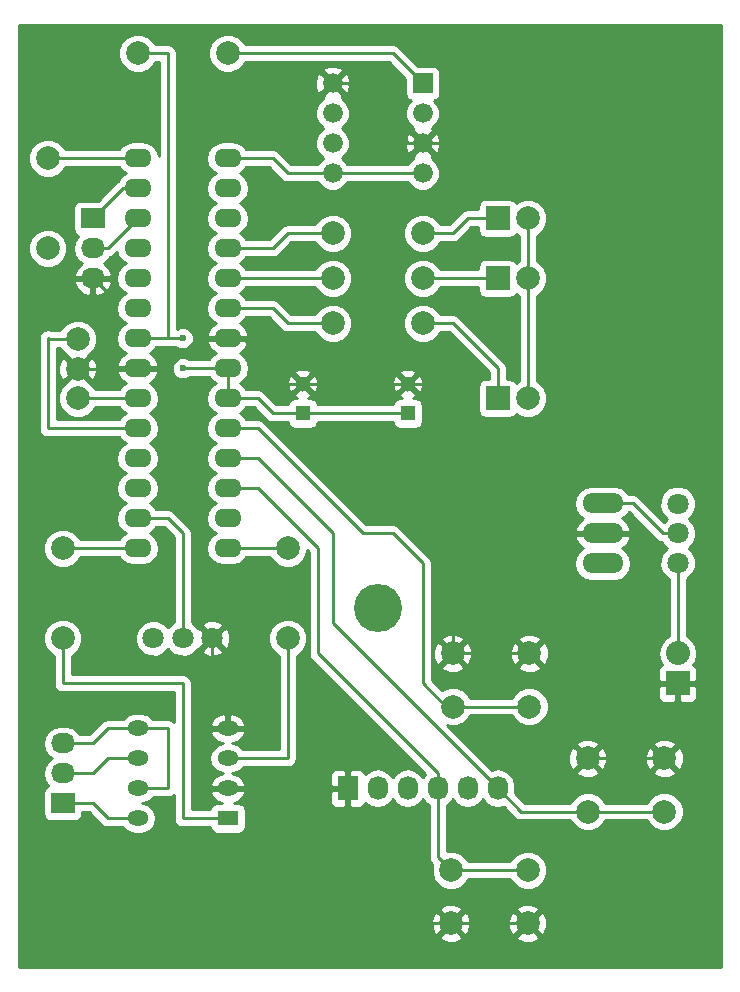
<source format=gbr>
G04 #@! TF.FileFunction,Copper,L1,Top,Signal*
%FSLAX46Y46*%
G04 Gerber Fmt 4.6, Leading zero omitted, Abs format (unit mm)*
G04 Created by KiCad (PCBNEW 4.0.2+dfsg1-stable) date mer. 16 août 2017 22:41:30 CEST*
%MOMM*%
G01*
G04 APERTURE LIST*
%ADD10C,0.100000*%
%ADD11R,2.032000X2.032000*%
%ADD12O,2.032000X2.032000*%
%ADD13R,1.300000X1.300000*%
%ADD14C,1.300000*%
%ADD15R,2.000000X2.000000*%
%ADD16C,2.000000*%
%ADD17R,1.727200X2.032000*%
%ADD18O,1.727200X2.032000*%
%ADD19C,1.800000*%
%ADD20R,2.032000X1.727200*%
%ADD21O,2.032000X1.727200*%
%ADD22C,1.998980*%
%ADD23R,1.676400X1.676400*%
%ADD24C,1.676400*%
%ADD25R,1.778000X1.300000*%
%ADD26O,1.778000X1.300000*%
%ADD27O,2.300000X1.600000*%
%ADD28O,3.500120X1.699260*%
%ADD29C,4.064000*%
%ADD30C,0.600000*%
%ADD31C,0.250000*%
%ADD32C,0.254000*%
G04 APERTURE END LIST*
D10*
D11*
X236220000Y-118110000D03*
D12*
X236220000Y-115570000D03*
D13*
X213360000Y-95250000D03*
D14*
X213360000Y-92750000D03*
D13*
X204470000Y-95250000D03*
D14*
X204470000Y-92750000D03*
D15*
X220980000Y-93980000D03*
D16*
X223520000Y-93980000D03*
D15*
X220980000Y-83820000D03*
D16*
X223520000Y-83820000D03*
D15*
X220980000Y-78740000D03*
D16*
X223520000Y-78740000D03*
D17*
X208280000Y-127000000D03*
D18*
X210820000Y-127000000D03*
X213360000Y-127000000D03*
X215900000Y-127000000D03*
X218440000Y-127000000D03*
X220980000Y-127000000D03*
D19*
X236220000Y-107910000D03*
X236220000Y-105410000D03*
X236220000Y-102910000D03*
D20*
X184150000Y-128270000D03*
D21*
X184150000Y-125730000D03*
X184150000Y-123190000D03*
D22*
X207010000Y-87630000D03*
X214630000Y-87630000D03*
X207010000Y-83820000D03*
X214630000Y-83820000D03*
X207010000Y-80010000D03*
X214630000Y-80010000D03*
X184150000Y-114300000D03*
X184150000Y-106680000D03*
X203200000Y-114300000D03*
X203200000Y-106680000D03*
X182880000Y-81280000D03*
X182880000Y-73660000D03*
X198120000Y-64770000D03*
X190500000Y-64770000D03*
D16*
X223520000Y-133930000D03*
X223520000Y-138430000D03*
X217020000Y-133930000D03*
X217020000Y-138430000D03*
X228600000Y-128960000D03*
X228600000Y-124460000D03*
X235100000Y-128960000D03*
X235100000Y-124460000D03*
X217170000Y-120070000D03*
X217170000Y-115570000D03*
X223670000Y-120070000D03*
X223670000Y-115570000D03*
D19*
X196810000Y-114300000D03*
X194310000Y-114300000D03*
X191810000Y-114300000D03*
D23*
X214630000Y-67310000D03*
D24*
X214630000Y-69850000D03*
X214630000Y-72390000D03*
X214630000Y-74930000D03*
X207010000Y-74930000D03*
X207010000Y-72390000D03*
X207010000Y-69850000D03*
X207010000Y-67310000D03*
D25*
X198120000Y-129540000D03*
D26*
X198120000Y-127000000D03*
X198120000Y-124460000D03*
X198120000Y-121920000D03*
X190500000Y-121920000D03*
X190500000Y-124460000D03*
X190500000Y-127000000D03*
X190500000Y-129540000D03*
D16*
X185420000Y-93980000D03*
X185420000Y-91480000D03*
X185420000Y-88980000D03*
D27*
X190500000Y-73660000D03*
X190500000Y-76200000D03*
X190500000Y-78740000D03*
X190500000Y-81280000D03*
X190500000Y-83820000D03*
X190500000Y-86360000D03*
X190500000Y-88900000D03*
X190500000Y-91440000D03*
X190500000Y-93980000D03*
X190500000Y-96520000D03*
X190500000Y-99060000D03*
X190500000Y-101600000D03*
X190500000Y-104140000D03*
X190500000Y-106680000D03*
X198120000Y-106680000D03*
X198120000Y-104140000D03*
X198120000Y-101600000D03*
X198120000Y-99060000D03*
X198120000Y-96520000D03*
X198120000Y-93980000D03*
X198120000Y-91440000D03*
X198120000Y-88900000D03*
X198120000Y-86360000D03*
X198120000Y-83820000D03*
X198120000Y-81280000D03*
X198120000Y-78740000D03*
X198120000Y-76200000D03*
X198120000Y-73660000D03*
D28*
X229870000Y-105410000D03*
X229870000Y-102870000D03*
X229870000Y-107950000D03*
D20*
X186690000Y-78740000D03*
D21*
X186690000Y-81280000D03*
X186690000Y-83820000D03*
D29*
X210820000Y-111760000D03*
D30*
X194310000Y-91440000D03*
X194310000Y-88900000D03*
D31*
X187960000Y-91480000D02*
X187960000Y-85090000D01*
X187960000Y-85090000D02*
X186690000Y-83820000D01*
X229870000Y-105410000D02*
X217170000Y-105410000D01*
X213360000Y-92750000D02*
X214670000Y-92750000D01*
X217170000Y-95250000D02*
X217170000Y-105410000D01*
X217170000Y-105410000D02*
X217170000Y-115570000D01*
X214670000Y-92750000D02*
X217170000Y-95250000D01*
X214630000Y-72390000D02*
X217170000Y-72390000D01*
X210820000Y-77470000D02*
X210820000Y-92750000D01*
X217170000Y-77470000D02*
X210820000Y-77470000D01*
X217170000Y-72390000D02*
X217170000Y-77470000D01*
X198120000Y-88900000D02*
X199390000Y-88900000D01*
X203240000Y-92750000D02*
X204470000Y-92750000D01*
X199390000Y-88900000D02*
X203240000Y-92750000D01*
X204470000Y-92750000D02*
X210820000Y-92750000D01*
X210820000Y-92750000D02*
X213360000Y-92750000D01*
X190500000Y-91440000D02*
X193040000Y-91440000D01*
X195580000Y-88900000D02*
X198120000Y-88900000D01*
X193040000Y-91440000D02*
X195580000Y-88900000D01*
X235100000Y-124460000D02*
X235100000Y-124310000D01*
X235100000Y-124310000D02*
X236220000Y-123190000D01*
X236220000Y-123190000D02*
X236220000Y-118110000D01*
X223670000Y-115570000D02*
X217170000Y-115570000D01*
X228600000Y-124460000D02*
X235100000Y-124460000D01*
X217020000Y-138430000D02*
X208280000Y-138430000D01*
X208280000Y-138430000D02*
X208280000Y-127000000D01*
X223520000Y-138430000D02*
X217020000Y-138430000D01*
X198120000Y-127000000D02*
X208280000Y-127000000D01*
X196810000Y-114300000D02*
X196810000Y-119420000D01*
X195580000Y-120650000D02*
X195580000Y-121920000D01*
X196810000Y-119420000D02*
X195580000Y-120650000D01*
X198120000Y-127000000D02*
X195580000Y-127000000D01*
X195580000Y-121920000D02*
X198120000Y-121920000D01*
X195580000Y-127000000D02*
X195580000Y-121920000D01*
X185420000Y-91480000D02*
X187960000Y-91480000D01*
X187960000Y-91480000D02*
X190460000Y-91480000D01*
X190460000Y-91480000D02*
X190500000Y-91440000D01*
X207010000Y-67310000D02*
X208280000Y-67310000D01*
X213360000Y-72390000D02*
X214630000Y-72390000D01*
X208280000Y-67310000D02*
X213360000Y-72390000D01*
X236220000Y-107910000D02*
X236220000Y-115570000D01*
X190500000Y-88900000D02*
X194310000Y-88900000D01*
X194310000Y-91440000D02*
X198120000Y-91440000D01*
X198120000Y-91440000D02*
X198120000Y-93980000D01*
X204470000Y-95250000D02*
X213360000Y-95250000D01*
X198120000Y-93980000D02*
X200660000Y-93980000D01*
X201930000Y-95250000D02*
X204470000Y-95250000D01*
X200660000Y-93980000D02*
X201930000Y-95250000D01*
X223520000Y-93980000D02*
X223520000Y-83820000D01*
X223520000Y-78740000D02*
X223520000Y-83820000D01*
X190500000Y-64770000D02*
X193040000Y-64770000D01*
X193040000Y-88900000D02*
X190500000Y-88900000D01*
X193040000Y-64770000D02*
X193040000Y-88900000D01*
X214630000Y-87630000D02*
X217170000Y-87630000D01*
X220980000Y-91440000D02*
X220980000Y-93980000D01*
X217170000Y-87630000D02*
X220980000Y-91440000D01*
X214630000Y-83820000D02*
X220980000Y-83820000D01*
X214630000Y-80010000D02*
X217170000Y-80010000D01*
X218440000Y-78740000D02*
X220980000Y-78740000D01*
X217170000Y-80010000D02*
X218440000Y-78740000D01*
X217170000Y-120070000D02*
X223670000Y-120070000D01*
X203200000Y-99060000D02*
X209550000Y-105410000D01*
X212090000Y-105410000D02*
X214630000Y-107950000D01*
X209550000Y-105410000D02*
X212090000Y-105410000D01*
X217170000Y-120070000D02*
X216590000Y-120070000D01*
X216590000Y-120070000D02*
X214630000Y-118110000D01*
X214630000Y-118110000D02*
X214630000Y-107950000D01*
X203200000Y-99060000D02*
X201930000Y-97790000D01*
X201930000Y-97790000D02*
X200660000Y-96520000D01*
X200660000Y-96520000D02*
X198120000Y-96520000D01*
X198120000Y-101600000D02*
X200660000Y-101600000D01*
X200660000Y-101600000D02*
X205740000Y-106680000D01*
X215900000Y-125730000D02*
X215900000Y-127000000D01*
X205740000Y-115570000D02*
X215900000Y-125730000D01*
X205740000Y-106680000D02*
X205740000Y-115570000D01*
X215900000Y-127000000D02*
X215900000Y-132810000D01*
X215900000Y-132810000D02*
X217020000Y-133930000D01*
X223520000Y-133930000D02*
X217020000Y-133930000D01*
X190500000Y-73660000D02*
X182880000Y-73660000D01*
X220980000Y-127000000D02*
X217170000Y-123190000D01*
X200660000Y-99060000D02*
X198120000Y-99060000D01*
X217170000Y-123190000D02*
X207010000Y-113030000D01*
X207010000Y-113030000D02*
X207010000Y-105410000D01*
X207010000Y-105410000D02*
X200660000Y-99060000D01*
X228600000Y-128960000D02*
X222940000Y-128960000D01*
X222940000Y-128960000D02*
X220980000Y-127000000D01*
X235100000Y-128960000D02*
X228600000Y-128960000D01*
X184150000Y-128270000D02*
X186690000Y-128270000D01*
X187960000Y-129540000D02*
X190500000Y-129540000D01*
X186690000Y-128270000D02*
X187960000Y-129540000D01*
X184150000Y-125730000D02*
X186690000Y-125730000D01*
X187960000Y-124460000D02*
X190500000Y-124460000D01*
X186690000Y-125730000D02*
X187960000Y-124460000D01*
X190500000Y-121920000D02*
X193040000Y-121920000D01*
X193040000Y-127000000D02*
X190500000Y-127000000D01*
X193040000Y-121920000D02*
X193040000Y-127000000D01*
X184150000Y-123190000D02*
X186690000Y-123190000D01*
X187960000Y-121920000D02*
X190500000Y-121920000D01*
X186690000Y-123190000D02*
X187960000Y-121920000D01*
X198120000Y-86360000D02*
X201930000Y-86360000D01*
X203200000Y-87630000D02*
X207010000Y-87630000D01*
X201930000Y-86360000D02*
X203200000Y-87630000D01*
X198120000Y-83820000D02*
X207010000Y-83820000D01*
X198120000Y-81280000D02*
X201930000Y-81280000D01*
X203200000Y-80010000D02*
X207010000Y-80010000D01*
X201930000Y-81280000D02*
X203200000Y-80010000D01*
X184150000Y-114300000D02*
X184150000Y-118110000D01*
X194310000Y-129540000D02*
X198120000Y-129540000D01*
X194310000Y-118110000D02*
X194310000Y-129540000D01*
X184150000Y-118110000D02*
X194310000Y-118110000D01*
X190500000Y-106680000D02*
X184150000Y-106680000D01*
X198120000Y-124460000D02*
X203200000Y-124460000D01*
X203200000Y-124460000D02*
X203200000Y-114300000D01*
X198120000Y-106680000D02*
X203200000Y-106680000D01*
X198120000Y-64770000D02*
X212090000Y-64770000D01*
X212090000Y-64770000D02*
X214630000Y-67310000D01*
X194310000Y-114300000D02*
X194310000Y-105410000D01*
X193040000Y-104140000D02*
X190500000Y-104140000D01*
X194310000Y-105410000D02*
X193040000Y-104140000D01*
X214630000Y-74930000D02*
X207010000Y-74930000D01*
X198120000Y-73660000D02*
X201930000Y-73660000D01*
X203200000Y-74930000D02*
X207010000Y-74930000D01*
X201930000Y-73660000D02*
X203200000Y-74930000D01*
X185420000Y-93980000D02*
X190500000Y-93980000D01*
X190500000Y-96520000D02*
X182880000Y-96520000D01*
X182960000Y-88980000D02*
X185420000Y-88980000D01*
X182880000Y-88900000D02*
X182960000Y-88980000D01*
X182880000Y-96520000D02*
X182880000Y-88900000D01*
X236220000Y-105410000D02*
X234950000Y-105410000D01*
X232410000Y-102870000D02*
X229870000Y-102870000D01*
X234950000Y-105410000D02*
X232410000Y-102870000D01*
X186690000Y-78740000D02*
X189230000Y-76200000D01*
X189230000Y-76200000D02*
X190500000Y-76200000D01*
X186690000Y-81280000D02*
X187960000Y-81280000D01*
X187960000Y-81280000D02*
X190500000Y-78740000D01*
D32*
G36*
X239903000Y-142113000D02*
X180467000Y-142113000D01*
X180467000Y-139582532D01*
X216047073Y-139582532D01*
X216145736Y-139849387D01*
X216755461Y-140075908D01*
X217405460Y-140051856D01*
X217894264Y-139849387D01*
X217992927Y-139582532D01*
X222547073Y-139582532D01*
X222645736Y-139849387D01*
X223255461Y-140075908D01*
X223905460Y-140051856D01*
X224394264Y-139849387D01*
X224492927Y-139582532D01*
X223520000Y-138609605D01*
X222547073Y-139582532D01*
X217992927Y-139582532D01*
X217020000Y-138609605D01*
X216047073Y-139582532D01*
X180467000Y-139582532D01*
X180467000Y-138165461D01*
X215374092Y-138165461D01*
X215398144Y-138815460D01*
X215600613Y-139304264D01*
X215867468Y-139402927D01*
X216840395Y-138430000D01*
X217199605Y-138430000D01*
X218172532Y-139402927D01*
X218439387Y-139304264D01*
X218665908Y-138694539D01*
X218646331Y-138165461D01*
X221874092Y-138165461D01*
X221898144Y-138815460D01*
X222100613Y-139304264D01*
X222367468Y-139402927D01*
X223340395Y-138430000D01*
X223699605Y-138430000D01*
X224672532Y-139402927D01*
X224939387Y-139304264D01*
X225165908Y-138694539D01*
X225141856Y-138044540D01*
X224939387Y-137555736D01*
X224672532Y-137457073D01*
X223699605Y-138430000D01*
X223340395Y-138430000D01*
X222367468Y-137457073D01*
X222100613Y-137555736D01*
X221874092Y-138165461D01*
X218646331Y-138165461D01*
X218641856Y-138044540D01*
X218439387Y-137555736D01*
X218172532Y-137457073D01*
X217199605Y-138430000D01*
X216840395Y-138430000D01*
X215867468Y-137457073D01*
X215600613Y-137555736D01*
X215374092Y-138165461D01*
X180467000Y-138165461D01*
X180467000Y-137277468D01*
X216047073Y-137277468D01*
X217020000Y-138250395D01*
X217992927Y-137277468D01*
X222547073Y-137277468D01*
X223520000Y-138250395D01*
X224492927Y-137277468D01*
X224394264Y-137010613D01*
X223784539Y-136784092D01*
X223134540Y-136808144D01*
X222645736Y-137010613D01*
X222547073Y-137277468D01*
X217992927Y-137277468D01*
X217894264Y-137010613D01*
X217284539Y-136784092D01*
X216634540Y-136808144D01*
X216145736Y-137010613D01*
X216047073Y-137277468D01*
X180467000Y-137277468D01*
X180467000Y-123190000D01*
X182466655Y-123190000D01*
X182580729Y-123763489D01*
X182905585Y-124249670D01*
X183220366Y-124460000D01*
X182905585Y-124670330D01*
X182580729Y-125156511D01*
X182466655Y-125730000D01*
X182580729Y-126303489D01*
X182905585Y-126789670D01*
X182919913Y-126799243D01*
X182898683Y-126803238D01*
X182682559Y-126942310D01*
X182537569Y-127154510D01*
X182486560Y-127406400D01*
X182486560Y-129133600D01*
X182530838Y-129368917D01*
X182669910Y-129585041D01*
X182882110Y-129730031D01*
X183134000Y-129781040D01*
X185166000Y-129781040D01*
X185401317Y-129736762D01*
X185617441Y-129597690D01*
X185762431Y-129385490D01*
X185813440Y-129133600D01*
X185813440Y-129030000D01*
X186375198Y-129030000D01*
X187422599Y-130077401D01*
X187669160Y-130242148D01*
X187960000Y-130300000D01*
X189223198Y-130300000D01*
X189322511Y-130448632D01*
X189739395Y-130727185D01*
X190231143Y-130825000D01*
X190768857Y-130825000D01*
X191260605Y-130727185D01*
X191677489Y-130448632D01*
X191956042Y-130031748D01*
X192053857Y-129540000D01*
X191956042Y-129048252D01*
X191677489Y-128631368D01*
X191260605Y-128352815D01*
X190844267Y-128270000D01*
X191260605Y-128187185D01*
X191677489Y-127908632D01*
X191776802Y-127760000D01*
X193040000Y-127760000D01*
X193330839Y-127702148D01*
X193550000Y-127555710D01*
X193550000Y-129540000D01*
X193607852Y-129830839D01*
X193772599Y-130077401D01*
X194019161Y-130242148D01*
X194310000Y-130300000D01*
X196604258Y-130300000D01*
X196627838Y-130425317D01*
X196766910Y-130641441D01*
X196979110Y-130786431D01*
X197231000Y-130837440D01*
X199009000Y-130837440D01*
X199244317Y-130793162D01*
X199460441Y-130654090D01*
X199605431Y-130441890D01*
X199656440Y-130190000D01*
X199656440Y-128890000D01*
X199612162Y-128654683D01*
X199473090Y-128438559D01*
X199260890Y-128293569D01*
X199009000Y-128242560D01*
X198631638Y-128242560D01*
X198937796Y-128158863D01*
X199337215Y-127849154D01*
X199587710Y-127410169D01*
X199602099Y-127325471D01*
X199577276Y-127285750D01*
X206781400Y-127285750D01*
X206781400Y-128142310D01*
X206878073Y-128375699D01*
X207056702Y-128554327D01*
X207290091Y-128651000D01*
X207994250Y-128651000D01*
X208153000Y-128492250D01*
X208153000Y-127127000D01*
X206940150Y-127127000D01*
X206781400Y-127285750D01*
X199577276Y-127285750D01*
X199478067Y-127127000D01*
X198247000Y-127127000D01*
X198247000Y-127147000D01*
X197993000Y-127147000D01*
X197993000Y-127127000D01*
X196761933Y-127127000D01*
X196637901Y-127325471D01*
X196652290Y-127410169D01*
X196902785Y-127849154D01*
X197302204Y-128158863D01*
X197608362Y-128242560D01*
X197231000Y-128242560D01*
X196995683Y-128286838D01*
X196779559Y-128425910D01*
X196634569Y-128638110D01*
X196605836Y-128780000D01*
X195070000Y-128780000D01*
X195070000Y-124460000D01*
X196566143Y-124460000D01*
X196663958Y-124951748D01*
X196942511Y-125368632D01*
X197359395Y-125647185D01*
X197736952Y-125722286D01*
X197302204Y-125841137D01*
X196902785Y-126150846D01*
X196652290Y-126589831D01*
X196637901Y-126674529D01*
X196761933Y-126873000D01*
X197993000Y-126873000D01*
X197993000Y-126853000D01*
X198247000Y-126853000D01*
X198247000Y-126873000D01*
X199478067Y-126873000D01*
X199602099Y-126674529D01*
X199587710Y-126589831D01*
X199337215Y-126150846D01*
X198959144Y-125857690D01*
X206781400Y-125857690D01*
X206781400Y-126714250D01*
X206940150Y-126873000D01*
X208153000Y-126873000D01*
X208153000Y-125507750D01*
X207994250Y-125349000D01*
X207290091Y-125349000D01*
X207056702Y-125445673D01*
X206878073Y-125624301D01*
X206781400Y-125857690D01*
X198959144Y-125857690D01*
X198937796Y-125841137D01*
X198503048Y-125722286D01*
X198880605Y-125647185D01*
X199297489Y-125368632D01*
X199396802Y-125220000D01*
X203200000Y-125220000D01*
X203490839Y-125162148D01*
X203737401Y-124997401D01*
X203902148Y-124750839D01*
X203960000Y-124460000D01*
X203960000Y-115754496D01*
X204124655Y-115686462D01*
X204584846Y-115227073D01*
X204834206Y-114626547D01*
X204834774Y-113976306D01*
X204586462Y-113375345D01*
X204127073Y-112915154D01*
X203526547Y-112665794D01*
X202876306Y-112665226D01*
X202275345Y-112913538D01*
X201815154Y-113372927D01*
X201565794Y-113973453D01*
X201565226Y-114623694D01*
X201813538Y-115224655D01*
X202272927Y-115684846D01*
X202440000Y-115754221D01*
X202440000Y-123700000D01*
X199396802Y-123700000D01*
X199297489Y-123551368D01*
X198880605Y-123272815D01*
X198503048Y-123197714D01*
X198937796Y-123078863D01*
X199337215Y-122769154D01*
X199587710Y-122330169D01*
X199602099Y-122245471D01*
X199478067Y-122047000D01*
X198247000Y-122047000D01*
X198247000Y-122067000D01*
X197993000Y-122067000D01*
X197993000Y-122047000D01*
X196761933Y-122047000D01*
X196637901Y-122245471D01*
X196652290Y-122330169D01*
X196902785Y-122769154D01*
X197302204Y-123078863D01*
X197736952Y-123197714D01*
X197359395Y-123272815D01*
X196942511Y-123551368D01*
X196663958Y-123968252D01*
X196566143Y-124460000D01*
X195070000Y-124460000D01*
X195070000Y-121594529D01*
X196637901Y-121594529D01*
X196761933Y-121793000D01*
X197993000Y-121793000D01*
X197993000Y-120788237D01*
X198247000Y-120788237D01*
X198247000Y-121793000D01*
X199478067Y-121793000D01*
X199602099Y-121594529D01*
X199587710Y-121509831D01*
X199337215Y-121070846D01*
X198937796Y-120761137D01*
X198450260Y-120627855D01*
X198247000Y-120788237D01*
X197993000Y-120788237D01*
X197789740Y-120627855D01*
X197302204Y-120761137D01*
X196902785Y-121070846D01*
X196652290Y-121509831D01*
X196637901Y-121594529D01*
X195070000Y-121594529D01*
X195070000Y-118110000D01*
X195012148Y-117819161D01*
X194847401Y-117572599D01*
X194600839Y-117407852D01*
X194310000Y-117350000D01*
X184910000Y-117350000D01*
X184910000Y-115754496D01*
X185074655Y-115686462D01*
X185534846Y-115227073D01*
X185784206Y-114626547D01*
X185784774Y-113976306D01*
X185536462Y-113375345D01*
X185077073Y-112915154D01*
X184476547Y-112665794D01*
X183826306Y-112665226D01*
X183225345Y-112913538D01*
X182765154Y-113372927D01*
X182515794Y-113973453D01*
X182515226Y-114623694D01*
X182763538Y-115224655D01*
X183222927Y-115684846D01*
X183390000Y-115754221D01*
X183390000Y-118110000D01*
X183447852Y-118400839D01*
X183612599Y-118647401D01*
X183859161Y-118812148D01*
X184150000Y-118870000D01*
X193550000Y-118870000D01*
X193550000Y-121364290D01*
X193330839Y-121217852D01*
X193040000Y-121160000D01*
X191776802Y-121160000D01*
X191677489Y-121011368D01*
X191260605Y-120732815D01*
X190768857Y-120635000D01*
X190231143Y-120635000D01*
X189739395Y-120732815D01*
X189322511Y-121011368D01*
X189223198Y-121160000D01*
X187960000Y-121160000D01*
X187669160Y-121217852D01*
X187422599Y-121382599D01*
X186375198Y-122430000D01*
X185594648Y-122430000D01*
X185394415Y-122130330D01*
X184908234Y-121805474D01*
X184334745Y-121691400D01*
X183965255Y-121691400D01*
X183391766Y-121805474D01*
X182905585Y-122130330D01*
X182580729Y-122616511D01*
X182466655Y-123190000D01*
X180467000Y-123190000D01*
X180467000Y-88900000D01*
X182120000Y-88900000D01*
X182120000Y-96520000D01*
X182177852Y-96810839D01*
X182342599Y-97057401D01*
X182589161Y-97222148D01*
X182880000Y-97280000D01*
X188930148Y-97280000D01*
X189100332Y-97534698D01*
X189482418Y-97790000D01*
X189100332Y-98045302D01*
X188789263Y-98510849D01*
X188680030Y-99060000D01*
X188789263Y-99609151D01*
X189100332Y-100074698D01*
X189482418Y-100330000D01*
X189100332Y-100585302D01*
X188789263Y-101050849D01*
X188680030Y-101600000D01*
X188789263Y-102149151D01*
X189100332Y-102614698D01*
X189482418Y-102870000D01*
X189100332Y-103125302D01*
X188789263Y-103590849D01*
X188680030Y-104140000D01*
X188789263Y-104689151D01*
X189100332Y-105154698D01*
X189482418Y-105410000D01*
X189100332Y-105665302D01*
X188930148Y-105920000D01*
X185604496Y-105920000D01*
X185536462Y-105755345D01*
X185077073Y-105295154D01*
X184476547Y-105045794D01*
X183826306Y-105045226D01*
X183225345Y-105293538D01*
X182765154Y-105752927D01*
X182515794Y-106353453D01*
X182515226Y-107003694D01*
X182763538Y-107604655D01*
X183222927Y-108064846D01*
X183823453Y-108314206D01*
X184473694Y-108314774D01*
X185074655Y-108066462D01*
X185534846Y-107607073D01*
X185604221Y-107440000D01*
X188930148Y-107440000D01*
X189100332Y-107694698D01*
X189565879Y-108005767D01*
X190115030Y-108115000D01*
X190884970Y-108115000D01*
X191434121Y-108005767D01*
X191899668Y-107694698D01*
X192210737Y-107229151D01*
X192319970Y-106680000D01*
X192210737Y-106130849D01*
X191899668Y-105665302D01*
X191517582Y-105410000D01*
X191899668Y-105154698D01*
X192069852Y-104900000D01*
X192725198Y-104900000D01*
X193550000Y-105724802D01*
X193550000Y-112953154D01*
X193441629Y-112997932D01*
X193059712Y-113379182D01*
X192680643Y-112999449D01*
X192116670Y-112765267D01*
X191506009Y-112764735D01*
X190941629Y-112997932D01*
X190509449Y-113429357D01*
X190275267Y-113993330D01*
X190274735Y-114603991D01*
X190507932Y-115168371D01*
X190939357Y-115600551D01*
X191503330Y-115834733D01*
X192113991Y-115835265D01*
X192678371Y-115602068D01*
X193060288Y-115220818D01*
X193439357Y-115600551D01*
X194003330Y-115834733D01*
X194613991Y-115835265D01*
X195178371Y-115602068D01*
X195400668Y-115380159D01*
X195909446Y-115380159D01*
X195995852Y-115636643D01*
X196569336Y-115846458D01*
X197179460Y-115820839D01*
X197624148Y-115636643D01*
X197710554Y-115380159D01*
X196810000Y-114479605D01*
X195909446Y-115380159D01*
X195400668Y-115380159D01*
X195610551Y-115170643D01*
X195614294Y-115161628D01*
X195729841Y-115200554D01*
X196630395Y-114300000D01*
X196989605Y-114300000D01*
X197890159Y-115200554D01*
X198146643Y-115114148D01*
X198356458Y-114540664D01*
X198330839Y-113930540D01*
X198146643Y-113485852D01*
X197890159Y-113399446D01*
X196989605Y-114300000D01*
X196630395Y-114300000D01*
X195729841Y-113399446D01*
X195614786Y-113438207D01*
X195612068Y-113431629D01*
X195400650Y-113219841D01*
X195909446Y-113219841D01*
X196810000Y-114120395D01*
X197710554Y-113219841D01*
X197624148Y-112963357D01*
X197050664Y-112753542D01*
X196440540Y-112779161D01*
X195995852Y-112963357D01*
X195909446Y-113219841D01*
X195400650Y-113219841D01*
X195180643Y-112999449D01*
X195070000Y-112953506D01*
X195070000Y-105410000D01*
X195012148Y-105119161D01*
X195012148Y-105119160D01*
X194847401Y-104872599D01*
X193577401Y-103602599D01*
X193330839Y-103437852D01*
X193040000Y-103380000D01*
X192069852Y-103380000D01*
X191899668Y-103125302D01*
X191517582Y-102870000D01*
X191899668Y-102614698D01*
X192210737Y-102149151D01*
X192319970Y-101600000D01*
X192210737Y-101050849D01*
X191899668Y-100585302D01*
X191517582Y-100330000D01*
X191899668Y-100074698D01*
X192210737Y-99609151D01*
X192319970Y-99060000D01*
X192210737Y-98510849D01*
X191899668Y-98045302D01*
X191517582Y-97790000D01*
X191899668Y-97534698D01*
X192210737Y-97069151D01*
X192319970Y-96520000D01*
X192210737Y-95970849D01*
X191899668Y-95505302D01*
X191517582Y-95250000D01*
X191899668Y-94994698D01*
X192210737Y-94529151D01*
X192319970Y-93980000D01*
X192210737Y-93430849D01*
X191899668Y-92965302D01*
X191521849Y-92712851D01*
X191954500Y-92364896D01*
X192224367Y-91871819D01*
X192241904Y-91789039D01*
X192151873Y-91625167D01*
X193374838Y-91625167D01*
X193516883Y-91968943D01*
X193779673Y-92232192D01*
X194123201Y-92374838D01*
X194495167Y-92375162D01*
X194838943Y-92233117D01*
X194872118Y-92200000D01*
X196550148Y-92200000D01*
X196720332Y-92454698D01*
X197102418Y-92710000D01*
X196720332Y-92965302D01*
X196409263Y-93430849D01*
X196300030Y-93980000D01*
X196409263Y-94529151D01*
X196720332Y-94994698D01*
X197102418Y-95250000D01*
X196720332Y-95505302D01*
X196409263Y-95970849D01*
X196300030Y-96520000D01*
X196409263Y-97069151D01*
X196720332Y-97534698D01*
X197102418Y-97790000D01*
X196720332Y-98045302D01*
X196409263Y-98510849D01*
X196300030Y-99060000D01*
X196409263Y-99609151D01*
X196720332Y-100074698D01*
X197102418Y-100330000D01*
X196720332Y-100585302D01*
X196409263Y-101050849D01*
X196300030Y-101600000D01*
X196409263Y-102149151D01*
X196720332Y-102614698D01*
X197102418Y-102870000D01*
X196720332Y-103125302D01*
X196409263Y-103590849D01*
X196300030Y-104140000D01*
X196409263Y-104689151D01*
X196720332Y-105154698D01*
X197102418Y-105410000D01*
X196720332Y-105665302D01*
X196409263Y-106130849D01*
X196300030Y-106680000D01*
X196409263Y-107229151D01*
X196720332Y-107694698D01*
X197185879Y-108005767D01*
X197735030Y-108115000D01*
X198504970Y-108115000D01*
X199054121Y-108005767D01*
X199519668Y-107694698D01*
X199689852Y-107440000D01*
X201745504Y-107440000D01*
X201813538Y-107604655D01*
X202272927Y-108064846D01*
X202873453Y-108314206D01*
X203523694Y-108314774D01*
X204124655Y-108066462D01*
X204584846Y-107607073D01*
X204834206Y-107006547D01*
X204834343Y-106849145D01*
X204980000Y-106994802D01*
X204980000Y-115570000D01*
X205037852Y-115860839D01*
X205202599Y-116107401D01*
X214846596Y-125751398D01*
X214840330Y-125755585D01*
X214630000Y-126070366D01*
X214419670Y-125755585D01*
X213933489Y-125430729D01*
X213360000Y-125316655D01*
X212786511Y-125430729D01*
X212300330Y-125755585D01*
X212090000Y-126070366D01*
X211879670Y-125755585D01*
X211393489Y-125430729D01*
X210820000Y-125316655D01*
X210246511Y-125430729D01*
X209760330Y-125755585D01*
X209745500Y-125777780D01*
X209681927Y-125624301D01*
X209503298Y-125445673D01*
X209269909Y-125349000D01*
X208565750Y-125349000D01*
X208407000Y-125507750D01*
X208407000Y-126873000D01*
X208427000Y-126873000D01*
X208427000Y-127127000D01*
X208407000Y-127127000D01*
X208407000Y-128492250D01*
X208565750Y-128651000D01*
X209269909Y-128651000D01*
X209503298Y-128554327D01*
X209681927Y-128375699D01*
X209745500Y-128222220D01*
X209760330Y-128244415D01*
X210246511Y-128569271D01*
X210820000Y-128683345D01*
X211393489Y-128569271D01*
X211879670Y-128244415D01*
X212090000Y-127929634D01*
X212300330Y-128244415D01*
X212786511Y-128569271D01*
X213360000Y-128683345D01*
X213933489Y-128569271D01*
X214419670Y-128244415D01*
X214630000Y-127929634D01*
X214840330Y-128244415D01*
X215140000Y-128444648D01*
X215140000Y-132810000D01*
X215197852Y-133100839D01*
X215362599Y-133347401D01*
X215453725Y-133438527D01*
X215385284Y-133603352D01*
X215384716Y-134253795D01*
X215633106Y-134854943D01*
X216092637Y-135315278D01*
X216693352Y-135564716D01*
X217343795Y-135565284D01*
X217944943Y-135316894D01*
X218405278Y-134857363D01*
X218474773Y-134690000D01*
X222064953Y-134690000D01*
X222133106Y-134854943D01*
X222592637Y-135315278D01*
X223193352Y-135564716D01*
X223843795Y-135565284D01*
X224444943Y-135316894D01*
X224905278Y-134857363D01*
X225154716Y-134256648D01*
X225155284Y-133606205D01*
X224906894Y-133005057D01*
X224447363Y-132544722D01*
X223846648Y-132295284D01*
X223196205Y-132294716D01*
X222595057Y-132543106D01*
X222134722Y-133002637D01*
X222065227Y-133170000D01*
X218475047Y-133170000D01*
X218406894Y-133005057D01*
X217947363Y-132544722D01*
X217346648Y-132295284D01*
X216696205Y-132294716D01*
X216660000Y-132309676D01*
X216660000Y-128444648D01*
X216959670Y-128244415D01*
X217170000Y-127929634D01*
X217380330Y-128244415D01*
X217866511Y-128569271D01*
X218440000Y-128683345D01*
X219013489Y-128569271D01*
X219499670Y-128244415D01*
X219710000Y-127929634D01*
X219920330Y-128244415D01*
X220406511Y-128569271D01*
X220980000Y-128683345D01*
X221487579Y-128582381D01*
X222402599Y-129497401D01*
X222649161Y-129662148D01*
X222940000Y-129720000D01*
X227144953Y-129720000D01*
X227213106Y-129884943D01*
X227672637Y-130345278D01*
X228273352Y-130594716D01*
X228923795Y-130595284D01*
X229524943Y-130346894D01*
X229985278Y-129887363D01*
X230054773Y-129720000D01*
X233644953Y-129720000D01*
X233713106Y-129884943D01*
X234172637Y-130345278D01*
X234773352Y-130594716D01*
X235423795Y-130595284D01*
X236024943Y-130346894D01*
X236485278Y-129887363D01*
X236734716Y-129286648D01*
X236735284Y-128636205D01*
X236486894Y-128035057D01*
X236027363Y-127574722D01*
X235426648Y-127325284D01*
X234776205Y-127324716D01*
X234175057Y-127573106D01*
X233714722Y-128032637D01*
X233645227Y-128200000D01*
X230055047Y-128200000D01*
X229986894Y-128035057D01*
X229527363Y-127574722D01*
X228926648Y-127325284D01*
X228276205Y-127324716D01*
X227675057Y-127573106D01*
X227214722Y-128032637D01*
X227145227Y-128200000D01*
X223254802Y-128200000D01*
X222438939Y-127384137D01*
X222478600Y-127184745D01*
X222478600Y-126815255D01*
X222364526Y-126241766D01*
X222039670Y-125755585D01*
X221825577Y-125612532D01*
X227627073Y-125612532D01*
X227725736Y-125879387D01*
X228335461Y-126105908D01*
X228985460Y-126081856D01*
X229474264Y-125879387D01*
X229572927Y-125612532D01*
X234127073Y-125612532D01*
X234225736Y-125879387D01*
X234835461Y-126105908D01*
X235485460Y-126081856D01*
X235974264Y-125879387D01*
X236072927Y-125612532D01*
X235100000Y-124639605D01*
X234127073Y-125612532D01*
X229572927Y-125612532D01*
X228600000Y-124639605D01*
X227627073Y-125612532D01*
X221825577Y-125612532D01*
X221553489Y-125430729D01*
X220980000Y-125316655D01*
X220472421Y-125417619D01*
X219250263Y-124195461D01*
X226954092Y-124195461D01*
X226978144Y-124845460D01*
X227180613Y-125334264D01*
X227447468Y-125432927D01*
X228420395Y-124460000D01*
X228779605Y-124460000D01*
X229752532Y-125432927D01*
X230019387Y-125334264D01*
X230245908Y-124724539D01*
X230226331Y-124195461D01*
X233454092Y-124195461D01*
X233478144Y-124845460D01*
X233680613Y-125334264D01*
X233947468Y-125432927D01*
X234920395Y-124460000D01*
X235279605Y-124460000D01*
X236252532Y-125432927D01*
X236519387Y-125334264D01*
X236745908Y-124724539D01*
X236721856Y-124074540D01*
X236519387Y-123585736D01*
X236252532Y-123487073D01*
X235279605Y-124460000D01*
X234920395Y-124460000D01*
X233947468Y-123487073D01*
X233680613Y-123585736D01*
X233454092Y-124195461D01*
X230226331Y-124195461D01*
X230221856Y-124074540D01*
X230019387Y-123585736D01*
X229752532Y-123487073D01*
X228779605Y-124460000D01*
X228420395Y-124460000D01*
X227447468Y-123487073D01*
X227180613Y-123585736D01*
X226954092Y-124195461D01*
X219250263Y-124195461D01*
X218362270Y-123307468D01*
X227627073Y-123307468D01*
X228600000Y-124280395D01*
X229572927Y-123307468D01*
X234127073Y-123307468D01*
X235100000Y-124280395D01*
X236072927Y-123307468D01*
X235974264Y-123040613D01*
X235364539Y-122814092D01*
X234714540Y-122838144D01*
X234225736Y-123040613D01*
X234127073Y-123307468D01*
X229572927Y-123307468D01*
X229474264Y-123040613D01*
X228864539Y-122814092D01*
X228214540Y-122838144D01*
X227725736Y-123040613D01*
X227627073Y-123307468D01*
X218362270Y-123307468D01*
X216699988Y-121645186D01*
X216843352Y-121704716D01*
X217493795Y-121705284D01*
X218094943Y-121456894D01*
X218555278Y-120997363D01*
X218624773Y-120830000D01*
X222214953Y-120830000D01*
X222283106Y-120994943D01*
X222742637Y-121455278D01*
X223343352Y-121704716D01*
X223993795Y-121705284D01*
X224594943Y-121456894D01*
X225055278Y-120997363D01*
X225304716Y-120396648D01*
X225305284Y-119746205D01*
X225056894Y-119145057D01*
X224597363Y-118684722D01*
X223996648Y-118435284D01*
X223346205Y-118434716D01*
X222745057Y-118683106D01*
X222284722Y-119142637D01*
X222215227Y-119310000D01*
X218625047Y-119310000D01*
X218556894Y-119145057D01*
X218097363Y-118684722D01*
X217496648Y-118435284D01*
X216846205Y-118434716D01*
X216268303Y-118673501D01*
X215990552Y-118395750D01*
X234569000Y-118395750D01*
X234569000Y-119252309D01*
X234665673Y-119485698D01*
X234844301Y-119664327D01*
X235077690Y-119761000D01*
X235934250Y-119761000D01*
X236093000Y-119602250D01*
X236093000Y-118237000D01*
X236347000Y-118237000D01*
X236347000Y-119602250D01*
X236505750Y-119761000D01*
X237362310Y-119761000D01*
X237595699Y-119664327D01*
X237774327Y-119485698D01*
X237871000Y-119252309D01*
X237871000Y-118395750D01*
X237712250Y-118237000D01*
X236347000Y-118237000D01*
X236093000Y-118237000D01*
X234727750Y-118237000D01*
X234569000Y-118395750D01*
X215990552Y-118395750D01*
X215390000Y-117795198D01*
X215390000Y-116722532D01*
X216197073Y-116722532D01*
X216295736Y-116989387D01*
X216905461Y-117215908D01*
X217555460Y-117191856D01*
X218044264Y-116989387D01*
X218142927Y-116722532D01*
X222697073Y-116722532D01*
X222795736Y-116989387D01*
X223405461Y-117215908D01*
X224055460Y-117191856D01*
X224544264Y-116989387D01*
X224642927Y-116722532D01*
X223670000Y-115749605D01*
X222697073Y-116722532D01*
X218142927Y-116722532D01*
X217170000Y-115749605D01*
X216197073Y-116722532D01*
X215390000Y-116722532D01*
X215390000Y-115305461D01*
X215524092Y-115305461D01*
X215548144Y-115955460D01*
X215750613Y-116444264D01*
X216017468Y-116542927D01*
X216990395Y-115570000D01*
X217349605Y-115570000D01*
X218322532Y-116542927D01*
X218589387Y-116444264D01*
X218815908Y-115834539D01*
X218796331Y-115305461D01*
X222024092Y-115305461D01*
X222048144Y-115955460D01*
X222250613Y-116444264D01*
X222517468Y-116542927D01*
X223490395Y-115570000D01*
X223849605Y-115570000D01*
X224822532Y-116542927D01*
X225089387Y-116444264D01*
X225315908Y-115834539D01*
X225291856Y-115184540D01*
X225089387Y-114695736D01*
X224822532Y-114597073D01*
X223849605Y-115570000D01*
X223490395Y-115570000D01*
X222517468Y-114597073D01*
X222250613Y-114695736D01*
X222024092Y-115305461D01*
X218796331Y-115305461D01*
X218791856Y-115184540D01*
X218589387Y-114695736D01*
X218322532Y-114597073D01*
X217349605Y-115570000D01*
X216990395Y-115570000D01*
X216017468Y-114597073D01*
X215750613Y-114695736D01*
X215524092Y-115305461D01*
X215390000Y-115305461D01*
X215390000Y-114417468D01*
X216197073Y-114417468D01*
X217170000Y-115390395D01*
X218142927Y-114417468D01*
X222697073Y-114417468D01*
X223670000Y-115390395D01*
X224642927Y-114417468D01*
X224544264Y-114150613D01*
X223934539Y-113924092D01*
X223284540Y-113948144D01*
X222795736Y-114150613D01*
X222697073Y-114417468D01*
X218142927Y-114417468D01*
X218044264Y-114150613D01*
X217434539Y-113924092D01*
X216784540Y-113948144D01*
X216295736Y-114150613D01*
X216197073Y-114417468D01*
X215390000Y-114417468D01*
X215390000Y-107950000D01*
X227438214Y-107950000D01*
X227551225Y-108518143D01*
X227873052Y-108999792D01*
X228354701Y-109321619D01*
X228922844Y-109434630D01*
X230817156Y-109434630D01*
X231385299Y-109321619D01*
X231866948Y-108999792D01*
X232188775Y-108518143D01*
X232301786Y-107950000D01*
X232188775Y-107381857D01*
X231866948Y-106900208D01*
X231529127Y-106674484D01*
X231910024Y-106369989D01*
X232190649Y-105860810D01*
X232211540Y-105766832D01*
X232090214Y-105537000D01*
X229997000Y-105537000D01*
X229997000Y-105557000D01*
X229743000Y-105557000D01*
X229743000Y-105537000D01*
X227649786Y-105537000D01*
X227528460Y-105766832D01*
X227549351Y-105860810D01*
X227829976Y-106369989D01*
X228210873Y-106674484D01*
X227873052Y-106900208D01*
X227551225Y-107381857D01*
X227438214Y-107950000D01*
X215390000Y-107950000D01*
X215332148Y-107659161D01*
X215332148Y-107659160D01*
X215167401Y-107412599D01*
X212627401Y-104872599D01*
X212380839Y-104707852D01*
X212090000Y-104650000D01*
X209864802Y-104650000D01*
X208084802Y-102870000D01*
X227438214Y-102870000D01*
X227551225Y-103438143D01*
X227873052Y-103919792D01*
X228210873Y-104145516D01*
X227829976Y-104450011D01*
X227549351Y-104959190D01*
X227528460Y-105053168D01*
X227649786Y-105283000D01*
X229743000Y-105283000D01*
X229743000Y-105263000D01*
X229997000Y-105263000D01*
X229997000Y-105283000D01*
X232090214Y-105283000D01*
X232211540Y-105053168D01*
X232190649Y-104959190D01*
X231910024Y-104450011D01*
X231529127Y-104145516D01*
X231866948Y-103919792D01*
X232060580Y-103630000D01*
X232095198Y-103630000D01*
X234412599Y-105947401D01*
X234659160Y-106112148D01*
X234707414Y-106121746D01*
X234866272Y-106153345D01*
X234917932Y-106278371D01*
X235299182Y-106660288D01*
X234919449Y-107039357D01*
X234685267Y-107603330D01*
X234684735Y-108213991D01*
X234917932Y-108778371D01*
X235349357Y-109210551D01*
X235460000Y-109256494D01*
X235460000Y-114097984D01*
X235052567Y-114370222D01*
X234694675Y-114905845D01*
X234569000Y-115537655D01*
X234569000Y-115602345D01*
X234694675Y-116234155D01*
X234895372Y-116534519D01*
X234844301Y-116555673D01*
X234665673Y-116734302D01*
X234569000Y-116967691D01*
X234569000Y-117824250D01*
X234727750Y-117983000D01*
X236093000Y-117983000D01*
X236093000Y-117963000D01*
X236347000Y-117963000D01*
X236347000Y-117983000D01*
X237712250Y-117983000D01*
X237871000Y-117824250D01*
X237871000Y-116967691D01*
X237774327Y-116734302D01*
X237595699Y-116555673D01*
X237544628Y-116534519D01*
X237745325Y-116234155D01*
X237871000Y-115602345D01*
X237871000Y-115537655D01*
X237745325Y-114905845D01*
X237387433Y-114370222D01*
X236980000Y-114097984D01*
X236980000Y-109256846D01*
X237088371Y-109212068D01*
X237520551Y-108780643D01*
X237754733Y-108216670D01*
X237755265Y-107606009D01*
X237522068Y-107041629D01*
X237140818Y-106659712D01*
X237520551Y-106280643D01*
X237754733Y-105716670D01*
X237755265Y-105106009D01*
X237522068Y-104541629D01*
X237140818Y-104159712D01*
X237520551Y-103780643D01*
X237754733Y-103216670D01*
X237755265Y-102606009D01*
X237522068Y-102041629D01*
X237090643Y-101609449D01*
X236526670Y-101375267D01*
X235916009Y-101374735D01*
X235351629Y-101607932D01*
X234919449Y-102039357D01*
X234685267Y-102603330D01*
X234684735Y-103213991D01*
X234917932Y-103778371D01*
X235299182Y-104160288D01*
X235036907Y-104422105D01*
X232947401Y-102332599D01*
X232700839Y-102167852D01*
X232410000Y-102110000D01*
X232060580Y-102110000D01*
X231866948Y-101820208D01*
X231385299Y-101498381D01*
X230817156Y-101385370D01*
X228922844Y-101385370D01*
X228354701Y-101498381D01*
X227873052Y-101820208D01*
X227551225Y-102301857D01*
X227438214Y-102870000D01*
X208084802Y-102870000D01*
X201197401Y-95982599D01*
X200950839Y-95817852D01*
X200660000Y-95760000D01*
X199689852Y-95760000D01*
X199519668Y-95505302D01*
X199137582Y-95250000D01*
X199519668Y-94994698D01*
X199689852Y-94740000D01*
X200345198Y-94740000D01*
X201392599Y-95787401D01*
X201639160Y-95952148D01*
X201930000Y-96010000D01*
X203193258Y-96010000D01*
X203216838Y-96135317D01*
X203355910Y-96351441D01*
X203568110Y-96496431D01*
X203820000Y-96547440D01*
X205120000Y-96547440D01*
X205355317Y-96503162D01*
X205571441Y-96364090D01*
X205716431Y-96151890D01*
X205745164Y-96010000D01*
X212083258Y-96010000D01*
X212106838Y-96135317D01*
X212245910Y-96351441D01*
X212458110Y-96496431D01*
X212710000Y-96547440D01*
X214010000Y-96547440D01*
X214245317Y-96503162D01*
X214461441Y-96364090D01*
X214606431Y-96151890D01*
X214657440Y-95900000D01*
X214657440Y-94600000D01*
X214613162Y-94364683D01*
X214474090Y-94148559D01*
X214261890Y-94003569D01*
X214010000Y-93952560D01*
X213847615Y-93952560D01*
X214023729Y-93879611D01*
X214079410Y-93649016D01*
X213360000Y-92929605D01*
X212640590Y-93649016D01*
X212696271Y-93879611D01*
X212905902Y-93952560D01*
X212710000Y-93952560D01*
X212474683Y-93996838D01*
X212258559Y-94135910D01*
X212113569Y-94348110D01*
X212084836Y-94490000D01*
X205746742Y-94490000D01*
X205723162Y-94364683D01*
X205584090Y-94148559D01*
X205371890Y-94003569D01*
X205120000Y-93952560D01*
X204957615Y-93952560D01*
X205133729Y-93879611D01*
X205189410Y-93649016D01*
X204470000Y-92929605D01*
X203750590Y-93649016D01*
X203806271Y-93879611D01*
X204015902Y-93952560D01*
X203820000Y-93952560D01*
X203584683Y-93996838D01*
X203368559Y-94135910D01*
X203223569Y-94348110D01*
X203194836Y-94490000D01*
X202244802Y-94490000D01*
X201197401Y-93442599D01*
X200950839Y-93277852D01*
X200660000Y-93220000D01*
X199689852Y-93220000D01*
X199519668Y-92965302D01*
X199137582Y-92710000D01*
X199348486Y-92569078D01*
X203172378Y-92569078D01*
X203201917Y-93079428D01*
X203340389Y-93413729D01*
X203570984Y-93469410D01*
X204290395Y-92750000D01*
X204649605Y-92750000D01*
X205369016Y-93469410D01*
X205599611Y-93413729D01*
X205767622Y-92930922D01*
X205746679Y-92569078D01*
X212062378Y-92569078D01*
X212091917Y-93079428D01*
X212230389Y-93413729D01*
X212460984Y-93469410D01*
X213180395Y-92750000D01*
X213539605Y-92750000D01*
X214259016Y-93469410D01*
X214489611Y-93413729D01*
X214657622Y-92930922D01*
X214628083Y-92420572D01*
X214489611Y-92086271D01*
X214259016Y-92030590D01*
X213539605Y-92750000D01*
X213180395Y-92750000D01*
X212460984Y-92030590D01*
X212230389Y-92086271D01*
X212062378Y-92569078D01*
X205746679Y-92569078D01*
X205738083Y-92420572D01*
X205599611Y-92086271D01*
X205369016Y-92030590D01*
X204649605Y-92750000D01*
X204290395Y-92750000D01*
X203570984Y-92030590D01*
X203340389Y-92086271D01*
X203172378Y-92569078D01*
X199348486Y-92569078D01*
X199519668Y-92454698D01*
X199830737Y-91989151D01*
X199858220Y-91850984D01*
X203750590Y-91850984D01*
X204470000Y-92570395D01*
X205189410Y-91850984D01*
X212640590Y-91850984D01*
X213360000Y-92570395D01*
X214079410Y-91850984D01*
X214023729Y-91620389D01*
X213540922Y-91452378D01*
X213030572Y-91481917D01*
X212696271Y-91620389D01*
X212640590Y-91850984D01*
X205189410Y-91850984D01*
X205133729Y-91620389D01*
X204650922Y-91452378D01*
X204140572Y-91481917D01*
X203806271Y-91620389D01*
X203750590Y-91850984D01*
X199858220Y-91850984D01*
X199939970Y-91440000D01*
X199830737Y-90890849D01*
X199519668Y-90425302D01*
X199141849Y-90172851D01*
X199574500Y-89824896D01*
X199844367Y-89331819D01*
X199861904Y-89249039D01*
X199739915Y-89027000D01*
X198247000Y-89027000D01*
X198247000Y-89047000D01*
X197993000Y-89047000D01*
X197993000Y-89027000D01*
X196500085Y-89027000D01*
X196378096Y-89249039D01*
X196395633Y-89331819D01*
X196665500Y-89824896D01*
X197098151Y-90172851D01*
X196720332Y-90425302D01*
X196550148Y-90680000D01*
X194872463Y-90680000D01*
X194840327Y-90647808D01*
X194496799Y-90505162D01*
X194124833Y-90504838D01*
X193781057Y-90646883D01*
X193517808Y-90909673D01*
X193375162Y-91253201D01*
X193374838Y-91625167D01*
X192151873Y-91625167D01*
X192119915Y-91567000D01*
X190627000Y-91567000D01*
X190627000Y-91587000D01*
X190373000Y-91587000D01*
X190373000Y-91567000D01*
X188880085Y-91567000D01*
X188758096Y-91789039D01*
X188775633Y-91871819D01*
X189045500Y-92364896D01*
X189478151Y-92712851D01*
X189100332Y-92965302D01*
X188930148Y-93220000D01*
X186875047Y-93220000D01*
X186806894Y-93055057D01*
X186390813Y-92638248D01*
X186392927Y-92632532D01*
X185420000Y-91659605D01*
X184447073Y-92632532D01*
X184449361Y-92638722D01*
X184034722Y-93052637D01*
X183785284Y-93653352D01*
X183784716Y-94303795D01*
X184033106Y-94904943D01*
X184492637Y-95365278D01*
X185093352Y-95614716D01*
X185743795Y-95615284D01*
X186344943Y-95366894D01*
X186805278Y-94907363D01*
X186874773Y-94740000D01*
X188930148Y-94740000D01*
X189100332Y-94994698D01*
X189482418Y-95250000D01*
X189100332Y-95505302D01*
X188930148Y-95760000D01*
X183640000Y-95760000D01*
X183640000Y-91215461D01*
X183774092Y-91215461D01*
X183798144Y-91865460D01*
X184000613Y-92354264D01*
X184267468Y-92452927D01*
X185240395Y-91480000D01*
X185599605Y-91480000D01*
X186572532Y-92452927D01*
X186839387Y-92354264D01*
X187065908Y-91744539D01*
X187041856Y-91094540D01*
X186839387Y-90605736D01*
X186572532Y-90507073D01*
X185599605Y-91480000D01*
X185240395Y-91480000D01*
X184267468Y-90507073D01*
X184000613Y-90605736D01*
X183774092Y-91215461D01*
X183640000Y-91215461D01*
X183640000Y-89740000D01*
X183964953Y-89740000D01*
X184033106Y-89904943D01*
X184449187Y-90321752D01*
X184447073Y-90327468D01*
X185420000Y-91300395D01*
X186392927Y-90327468D01*
X186390639Y-90321278D01*
X186805278Y-89907363D01*
X187054716Y-89306648D01*
X187055284Y-88656205D01*
X186806894Y-88055057D01*
X186347363Y-87594722D01*
X185746648Y-87345284D01*
X185096205Y-87344716D01*
X184495057Y-87593106D01*
X184034722Y-88052637D01*
X183965227Y-88220000D01*
X183203986Y-88220000D01*
X183170839Y-88197852D01*
X182880000Y-88140000D01*
X182589161Y-88197852D01*
X182342599Y-88362599D01*
X182177852Y-88609161D01*
X182120000Y-88900000D01*
X180467000Y-88900000D01*
X180467000Y-84179026D01*
X185082642Y-84179026D01*
X185085291Y-84194791D01*
X185339268Y-84722036D01*
X185775680Y-85111954D01*
X186328087Y-85305184D01*
X186563000Y-85160924D01*
X186563000Y-83947000D01*
X186817000Y-83947000D01*
X186817000Y-85160924D01*
X187051913Y-85305184D01*
X187604320Y-85111954D01*
X188040732Y-84722036D01*
X188294709Y-84194791D01*
X188297358Y-84179026D01*
X188176217Y-83947000D01*
X186817000Y-83947000D01*
X186563000Y-83947000D01*
X185203783Y-83947000D01*
X185082642Y-84179026D01*
X180467000Y-84179026D01*
X180467000Y-81603694D01*
X181245226Y-81603694D01*
X181493538Y-82204655D01*
X181952927Y-82664846D01*
X182553453Y-82914206D01*
X183203694Y-82914774D01*
X183804655Y-82666462D01*
X184264846Y-82207073D01*
X184514206Y-81606547D01*
X184514774Y-80956306D01*
X184266462Y-80355345D01*
X183807073Y-79895154D01*
X183206547Y-79645794D01*
X182556306Y-79645226D01*
X181955345Y-79893538D01*
X181495154Y-80352927D01*
X181245794Y-80953453D01*
X181245226Y-81603694D01*
X180467000Y-81603694D01*
X180467000Y-73983694D01*
X181245226Y-73983694D01*
X181493538Y-74584655D01*
X181952927Y-75044846D01*
X182553453Y-75294206D01*
X183203694Y-75294774D01*
X183804655Y-75046462D01*
X184264846Y-74587073D01*
X184334221Y-74420000D01*
X188930148Y-74420000D01*
X189100332Y-74674698D01*
X189482418Y-74930000D01*
X189100332Y-75185302D01*
X188853045Y-75555392D01*
X188692599Y-75662599D01*
X187126238Y-77228960D01*
X185674000Y-77228960D01*
X185438683Y-77273238D01*
X185222559Y-77412310D01*
X185077569Y-77624510D01*
X185026560Y-77876400D01*
X185026560Y-79603600D01*
X185070838Y-79838917D01*
X185209910Y-80055041D01*
X185422110Y-80200031D01*
X185463439Y-80208400D01*
X185445585Y-80220330D01*
X185120729Y-80706511D01*
X185006655Y-81280000D01*
X185120729Y-81853489D01*
X185445585Y-82339670D01*
X185755069Y-82546461D01*
X185339268Y-82917964D01*
X185085291Y-83445209D01*
X185082642Y-83460974D01*
X185203783Y-83693000D01*
X186563000Y-83693000D01*
X186563000Y-83673000D01*
X186817000Y-83673000D01*
X186817000Y-83693000D01*
X188176217Y-83693000D01*
X188297358Y-83460974D01*
X188294709Y-83445209D01*
X188040732Y-82917964D01*
X187624931Y-82546461D01*
X187934415Y-82339670D01*
X188161419Y-81999935D01*
X188250839Y-81982148D01*
X188497401Y-81817401D01*
X188738890Y-81575912D01*
X188789263Y-81829151D01*
X189100332Y-82294698D01*
X189482418Y-82550000D01*
X189100332Y-82805302D01*
X188789263Y-83270849D01*
X188680030Y-83820000D01*
X188789263Y-84369151D01*
X189100332Y-84834698D01*
X189482418Y-85090000D01*
X189100332Y-85345302D01*
X188789263Y-85810849D01*
X188680030Y-86360000D01*
X188789263Y-86909151D01*
X189100332Y-87374698D01*
X189482418Y-87630000D01*
X189100332Y-87885302D01*
X188789263Y-88350849D01*
X188680030Y-88900000D01*
X188789263Y-89449151D01*
X189100332Y-89914698D01*
X189478151Y-90167149D01*
X189045500Y-90515104D01*
X188775633Y-91008181D01*
X188758096Y-91090961D01*
X188880085Y-91313000D01*
X190373000Y-91313000D01*
X190373000Y-91293000D01*
X190627000Y-91293000D01*
X190627000Y-91313000D01*
X192119915Y-91313000D01*
X192241904Y-91090961D01*
X192224367Y-91008181D01*
X191954500Y-90515104D01*
X191521849Y-90167149D01*
X191899668Y-89914698D01*
X192069852Y-89660000D01*
X193747537Y-89660000D01*
X193779673Y-89692192D01*
X194123201Y-89834838D01*
X194495167Y-89835162D01*
X194838943Y-89693117D01*
X195102192Y-89430327D01*
X195244838Y-89086799D01*
X195245162Y-88714833D01*
X195103117Y-88371057D01*
X194840327Y-88107808D01*
X194496799Y-87965162D01*
X194124833Y-87964838D01*
X193800000Y-88099056D01*
X193800000Y-73660000D01*
X196300030Y-73660000D01*
X196409263Y-74209151D01*
X196720332Y-74674698D01*
X197102418Y-74930000D01*
X196720332Y-75185302D01*
X196409263Y-75650849D01*
X196300030Y-76200000D01*
X196409263Y-76749151D01*
X196720332Y-77214698D01*
X197102418Y-77470000D01*
X196720332Y-77725302D01*
X196409263Y-78190849D01*
X196300030Y-78740000D01*
X196409263Y-79289151D01*
X196720332Y-79754698D01*
X197102418Y-80010000D01*
X196720332Y-80265302D01*
X196409263Y-80730849D01*
X196300030Y-81280000D01*
X196409263Y-81829151D01*
X196720332Y-82294698D01*
X197102418Y-82550000D01*
X196720332Y-82805302D01*
X196409263Y-83270849D01*
X196300030Y-83820000D01*
X196409263Y-84369151D01*
X196720332Y-84834698D01*
X197102418Y-85090000D01*
X196720332Y-85345302D01*
X196409263Y-85810849D01*
X196300030Y-86360000D01*
X196409263Y-86909151D01*
X196720332Y-87374698D01*
X197098151Y-87627149D01*
X196665500Y-87975104D01*
X196395633Y-88468181D01*
X196378096Y-88550961D01*
X196500085Y-88773000D01*
X197993000Y-88773000D01*
X197993000Y-88753000D01*
X198247000Y-88753000D01*
X198247000Y-88773000D01*
X199739915Y-88773000D01*
X199861904Y-88550961D01*
X199844367Y-88468181D01*
X199574500Y-87975104D01*
X199141849Y-87627149D01*
X199519668Y-87374698D01*
X199689852Y-87120000D01*
X201615198Y-87120000D01*
X202662599Y-88167401D01*
X202909160Y-88332148D01*
X203200000Y-88390000D01*
X205555504Y-88390000D01*
X205623538Y-88554655D01*
X206082927Y-89014846D01*
X206683453Y-89264206D01*
X207333694Y-89264774D01*
X207934655Y-89016462D01*
X208394846Y-88557073D01*
X208644206Y-87956547D01*
X208644774Y-87306306D01*
X208396462Y-86705345D01*
X207937073Y-86245154D01*
X207336547Y-85995794D01*
X206686306Y-85995226D01*
X206085345Y-86243538D01*
X205625154Y-86702927D01*
X205555779Y-86870000D01*
X203514802Y-86870000D01*
X202467401Y-85822599D01*
X202220839Y-85657852D01*
X201930000Y-85600000D01*
X199689852Y-85600000D01*
X199519668Y-85345302D01*
X199137582Y-85090000D01*
X199519668Y-84834698D01*
X199689852Y-84580000D01*
X205555504Y-84580000D01*
X205623538Y-84744655D01*
X206082927Y-85204846D01*
X206683453Y-85454206D01*
X207333694Y-85454774D01*
X207934655Y-85206462D01*
X208394846Y-84747073D01*
X208644206Y-84146547D01*
X208644774Y-83496306D01*
X208396462Y-82895345D01*
X207937073Y-82435154D01*
X207336547Y-82185794D01*
X206686306Y-82185226D01*
X206085345Y-82433538D01*
X205625154Y-82892927D01*
X205555779Y-83060000D01*
X199689852Y-83060000D01*
X199519668Y-82805302D01*
X199137582Y-82550000D01*
X199519668Y-82294698D01*
X199689852Y-82040000D01*
X201930000Y-82040000D01*
X202220839Y-81982148D01*
X202467401Y-81817401D01*
X203514802Y-80770000D01*
X205555504Y-80770000D01*
X205623538Y-80934655D01*
X206082927Y-81394846D01*
X206683453Y-81644206D01*
X207333694Y-81644774D01*
X207934655Y-81396462D01*
X208394846Y-80937073D01*
X208644206Y-80336547D01*
X208644208Y-80333694D01*
X212995226Y-80333694D01*
X213243538Y-80934655D01*
X213702927Y-81394846D01*
X214303453Y-81644206D01*
X214953694Y-81644774D01*
X215554655Y-81396462D01*
X216014846Y-80937073D01*
X216084221Y-80770000D01*
X217170000Y-80770000D01*
X217460839Y-80712148D01*
X217707401Y-80547401D01*
X218754802Y-79500000D01*
X219332560Y-79500000D01*
X219332560Y-79740000D01*
X219376838Y-79975317D01*
X219515910Y-80191441D01*
X219728110Y-80336431D01*
X219980000Y-80387440D01*
X221980000Y-80387440D01*
X222215317Y-80343162D01*
X222431441Y-80204090D01*
X222528910Y-80061439D01*
X222592637Y-80125278D01*
X222760000Y-80194773D01*
X222760000Y-82364953D01*
X222595057Y-82433106D01*
X222528426Y-82499621D01*
X222444090Y-82368559D01*
X222231890Y-82223569D01*
X221980000Y-82172560D01*
X219980000Y-82172560D01*
X219744683Y-82216838D01*
X219528559Y-82355910D01*
X219383569Y-82568110D01*
X219332560Y-82820000D01*
X219332560Y-83060000D01*
X216084496Y-83060000D01*
X216016462Y-82895345D01*
X215557073Y-82435154D01*
X214956547Y-82185794D01*
X214306306Y-82185226D01*
X213705345Y-82433538D01*
X213245154Y-82892927D01*
X212995794Y-83493453D01*
X212995226Y-84143694D01*
X213243538Y-84744655D01*
X213702927Y-85204846D01*
X214303453Y-85454206D01*
X214953694Y-85454774D01*
X215554655Y-85206462D01*
X216014846Y-84747073D01*
X216084221Y-84580000D01*
X219332560Y-84580000D01*
X219332560Y-84820000D01*
X219376838Y-85055317D01*
X219515910Y-85271441D01*
X219728110Y-85416431D01*
X219980000Y-85467440D01*
X221980000Y-85467440D01*
X222215317Y-85423162D01*
X222431441Y-85284090D01*
X222528910Y-85141439D01*
X222592637Y-85205278D01*
X222760000Y-85274773D01*
X222760000Y-92524953D01*
X222595057Y-92593106D01*
X222528426Y-92659621D01*
X222444090Y-92528559D01*
X222231890Y-92383569D01*
X221980000Y-92332560D01*
X221740000Y-92332560D01*
X221740000Y-91440000D01*
X221682148Y-91149161D01*
X221517401Y-90902599D01*
X217707401Y-87092599D01*
X217460839Y-86927852D01*
X217170000Y-86870000D01*
X216084496Y-86870000D01*
X216016462Y-86705345D01*
X215557073Y-86245154D01*
X214956547Y-85995794D01*
X214306306Y-85995226D01*
X213705345Y-86243538D01*
X213245154Y-86702927D01*
X212995794Y-87303453D01*
X212995226Y-87953694D01*
X213243538Y-88554655D01*
X213702927Y-89014846D01*
X214303453Y-89264206D01*
X214953694Y-89264774D01*
X215554655Y-89016462D01*
X216014846Y-88557073D01*
X216084221Y-88390000D01*
X216855198Y-88390000D01*
X220220000Y-91754802D01*
X220220000Y-92332560D01*
X219980000Y-92332560D01*
X219744683Y-92376838D01*
X219528559Y-92515910D01*
X219383569Y-92728110D01*
X219332560Y-92980000D01*
X219332560Y-94980000D01*
X219376838Y-95215317D01*
X219515910Y-95431441D01*
X219728110Y-95576431D01*
X219980000Y-95627440D01*
X221980000Y-95627440D01*
X222215317Y-95583162D01*
X222431441Y-95444090D01*
X222528910Y-95301439D01*
X222592637Y-95365278D01*
X223193352Y-95614716D01*
X223843795Y-95615284D01*
X224444943Y-95366894D01*
X224905278Y-94907363D01*
X225154716Y-94306648D01*
X225155284Y-93656205D01*
X224906894Y-93055057D01*
X224447363Y-92594722D01*
X224280000Y-92525227D01*
X224280000Y-85275047D01*
X224444943Y-85206894D01*
X224905278Y-84747363D01*
X225154716Y-84146648D01*
X225155284Y-83496205D01*
X224906894Y-82895057D01*
X224447363Y-82434722D01*
X224280000Y-82365227D01*
X224280000Y-80195047D01*
X224444943Y-80126894D01*
X224905278Y-79667363D01*
X225154716Y-79066648D01*
X225155284Y-78416205D01*
X224906894Y-77815057D01*
X224447363Y-77354722D01*
X223846648Y-77105284D01*
X223196205Y-77104716D01*
X222595057Y-77353106D01*
X222528426Y-77419621D01*
X222444090Y-77288559D01*
X222231890Y-77143569D01*
X221980000Y-77092560D01*
X219980000Y-77092560D01*
X219744683Y-77136838D01*
X219528559Y-77275910D01*
X219383569Y-77488110D01*
X219332560Y-77740000D01*
X219332560Y-77980000D01*
X218440000Y-77980000D01*
X218149160Y-78037852D01*
X217902599Y-78202599D01*
X216855198Y-79250000D01*
X216084496Y-79250000D01*
X216016462Y-79085345D01*
X215557073Y-78625154D01*
X214956547Y-78375794D01*
X214306306Y-78375226D01*
X213705345Y-78623538D01*
X213245154Y-79082927D01*
X212995794Y-79683453D01*
X212995226Y-80333694D01*
X208644208Y-80333694D01*
X208644774Y-79686306D01*
X208396462Y-79085345D01*
X207937073Y-78625154D01*
X207336547Y-78375794D01*
X206686306Y-78375226D01*
X206085345Y-78623538D01*
X205625154Y-79082927D01*
X205555779Y-79250000D01*
X203200000Y-79250000D01*
X202909160Y-79307852D01*
X202662599Y-79472599D01*
X201615198Y-80520000D01*
X199689852Y-80520000D01*
X199519668Y-80265302D01*
X199137582Y-80010000D01*
X199519668Y-79754698D01*
X199830737Y-79289151D01*
X199939970Y-78740000D01*
X199830737Y-78190849D01*
X199519668Y-77725302D01*
X199137582Y-77470000D01*
X199519668Y-77214698D01*
X199830737Y-76749151D01*
X199939970Y-76200000D01*
X199830737Y-75650849D01*
X199519668Y-75185302D01*
X199137582Y-74930000D01*
X199519668Y-74674698D01*
X199689852Y-74420000D01*
X201615198Y-74420000D01*
X202662599Y-75467401D01*
X202909160Y-75632148D01*
X203200000Y-75690000D01*
X205730020Y-75690000D01*
X205760353Y-75763411D01*
X206174409Y-76178190D01*
X206715677Y-76402944D01*
X207301752Y-76403455D01*
X207843411Y-76179647D01*
X208258190Y-75765591D01*
X208289578Y-75690000D01*
X213350020Y-75690000D01*
X213380353Y-75763411D01*
X213794409Y-76178190D01*
X214335677Y-76402944D01*
X214921752Y-76403455D01*
X215463411Y-76179647D01*
X215878190Y-75765591D01*
X216102944Y-75224323D01*
X216103455Y-74638248D01*
X215879647Y-74096589D01*
X215465591Y-73681810D01*
X215412005Y-73659559D01*
X215485808Y-73425413D01*
X214630000Y-72569605D01*
X213774192Y-73425413D01*
X213847871Y-73659164D01*
X213796589Y-73680353D01*
X213381810Y-74094409D01*
X213350422Y-74170000D01*
X208289980Y-74170000D01*
X208259647Y-74096589D01*
X207845591Y-73681810D01*
X207793608Y-73660225D01*
X207843411Y-73639647D01*
X208258190Y-73225591D01*
X208482944Y-72684323D01*
X208483397Y-72164097D01*
X213145023Y-72164097D01*
X213171611Y-72749569D01*
X213344510Y-73166983D01*
X213594587Y-73245808D01*
X214450395Y-72390000D01*
X214809605Y-72390000D01*
X215665413Y-73245808D01*
X215915490Y-73166983D01*
X216114977Y-72615903D01*
X216088389Y-72030431D01*
X215915490Y-71613017D01*
X215665413Y-71534192D01*
X214809605Y-72390000D01*
X214450395Y-72390000D01*
X213594587Y-71534192D01*
X213344510Y-71613017D01*
X213145023Y-72164097D01*
X208483397Y-72164097D01*
X208483455Y-72098248D01*
X208259647Y-71556589D01*
X207845591Y-71141810D01*
X207793608Y-71120225D01*
X207843411Y-71099647D01*
X208258190Y-70685591D01*
X208482944Y-70144323D01*
X208483455Y-69558248D01*
X208259647Y-69016589D01*
X207845591Y-68601810D01*
X207792005Y-68579559D01*
X207865808Y-68345413D01*
X207010000Y-67489605D01*
X206154192Y-68345413D01*
X206227871Y-68579164D01*
X206176589Y-68600353D01*
X205761810Y-69014409D01*
X205537056Y-69555677D01*
X205536545Y-70141752D01*
X205760353Y-70683411D01*
X206174409Y-71098190D01*
X206226392Y-71119775D01*
X206176589Y-71140353D01*
X205761810Y-71554409D01*
X205537056Y-72095677D01*
X205536545Y-72681752D01*
X205760353Y-73223411D01*
X206174409Y-73638190D01*
X206226392Y-73659775D01*
X206176589Y-73680353D01*
X205761810Y-74094409D01*
X205730422Y-74170000D01*
X203514802Y-74170000D01*
X202467401Y-73122599D01*
X202220839Y-72957852D01*
X201930000Y-72900000D01*
X199689852Y-72900000D01*
X199519668Y-72645302D01*
X199054121Y-72334233D01*
X198504970Y-72225000D01*
X197735030Y-72225000D01*
X197185879Y-72334233D01*
X196720332Y-72645302D01*
X196409263Y-73110849D01*
X196300030Y-73660000D01*
X193800000Y-73660000D01*
X193800000Y-67084097D01*
X205525023Y-67084097D01*
X205551611Y-67669569D01*
X205724510Y-68086983D01*
X205974587Y-68165808D01*
X206830395Y-67310000D01*
X207189605Y-67310000D01*
X208045413Y-68165808D01*
X208295490Y-68086983D01*
X208494977Y-67535903D01*
X208468389Y-66950431D01*
X208295490Y-66533017D01*
X208045413Y-66454192D01*
X207189605Y-67310000D01*
X206830395Y-67310000D01*
X205974587Y-66454192D01*
X205724510Y-66533017D01*
X205525023Y-67084097D01*
X193800000Y-67084097D01*
X193800000Y-65093694D01*
X196485226Y-65093694D01*
X196733538Y-65694655D01*
X197192927Y-66154846D01*
X197793453Y-66404206D01*
X198443694Y-66404774D01*
X198758770Y-66274587D01*
X206154192Y-66274587D01*
X207010000Y-67130395D01*
X207865808Y-66274587D01*
X207786983Y-66024510D01*
X207235903Y-65825023D01*
X206650431Y-65851611D01*
X206233017Y-66024510D01*
X206154192Y-66274587D01*
X198758770Y-66274587D01*
X199044655Y-66156462D01*
X199504846Y-65697073D01*
X199574221Y-65530000D01*
X211775198Y-65530000D01*
X213144360Y-66899162D01*
X213144360Y-68148200D01*
X213188638Y-68383517D01*
X213327710Y-68599641D01*
X213539910Y-68744631D01*
X213633145Y-68763512D01*
X213381810Y-69014409D01*
X213157056Y-69555677D01*
X213156545Y-70141752D01*
X213380353Y-70683411D01*
X213794409Y-71098190D01*
X213847995Y-71120441D01*
X213774192Y-71354587D01*
X214630000Y-72210395D01*
X215485808Y-71354587D01*
X215412129Y-71120836D01*
X215463411Y-71099647D01*
X215878190Y-70685591D01*
X216102944Y-70144323D01*
X216103455Y-69558248D01*
X215879647Y-69016589D01*
X215628898Y-68765402D01*
X215703517Y-68751362D01*
X215919641Y-68612290D01*
X216064631Y-68400090D01*
X216115640Y-68148200D01*
X216115640Y-66471800D01*
X216071362Y-66236483D01*
X215932290Y-66020359D01*
X215720090Y-65875369D01*
X215468200Y-65824360D01*
X214219162Y-65824360D01*
X212627401Y-64232599D01*
X212380839Y-64067852D01*
X212090000Y-64010000D01*
X199574496Y-64010000D01*
X199506462Y-63845345D01*
X199047073Y-63385154D01*
X198446547Y-63135794D01*
X197796306Y-63135226D01*
X197195345Y-63383538D01*
X196735154Y-63842927D01*
X196485794Y-64443453D01*
X196485226Y-65093694D01*
X193800000Y-65093694D01*
X193800000Y-64770000D01*
X193742148Y-64479161D01*
X193577401Y-64232599D01*
X193330839Y-64067852D01*
X193040000Y-64010000D01*
X191954496Y-64010000D01*
X191886462Y-63845345D01*
X191427073Y-63385154D01*
X190826547Y-63135794D01*
X190176306Y-63135226D01*
X189575345Y-63383538D01*
X189115154Y-63842927D01*
X188865794Y-64443453D01*
X188865226Y-65093694D01*
X189113538Y-65694655D01*
X189572927Y-66154846D01*
X190173453Y-66404206D01*
X190823694Y-66404774D01*
X191424655Y-66156462D01*
X191884846Y-65697073D01*
X191954221Y-65530000D01*
X192280000Y-65530000D01*
X192280000Y-73459057D01*
X192210737Y-73110849D01*
X191899668Y-72645302D01*
X191434121Y-72334233D01*
X190884970Y-72225000D01*
X190115030Y-72225000D01*
X189565879Y-72334233D01*
X189100332Y-72645302D01*
X188930148Y-72900000D01*
X184334496Y-72900000D01*
X184266462Y-72735345D01*
X183807073Y-72275154D01*
X183206547Y-72025794D01*
X182556306Y-72025226D01*
X181955345Y-72273538D01*
X181495154Y-72732927D01*
X181245794Y-73333453D01*
X181245226Y-73983694D01*
X180467000Y-73983694D01*
X180467000Y-62357000D01*
X239903000Y-62357000D01*
X239903000Y-142113000D01*
X239903000Y-142113000D01*
G37*
X239903000Y-142113000D02*
X180467000Y-142113000D01*
X180467000Y-139582532D01*
X216047073Y-139582532D01*
X216145736Y-139849387D01*
X216755461Y-140075908D01*
X217405460Y-140051856D01*
X217894264Y-139849387D01*
X217992927Y-139582532D01*
X222547073Y-139582532D01*
X222645736Y-139849387D01*
X223255461Y-140075908D01*
X223905460Y-140051856D01*
X224394264Y-139849387D01*
X224492927Y-139582532D01*
X223520000Y-138609605D01*
X222547073Y-139582532D01*
X217992927Y-139582532D01*
X217020000Y-138609605D01*
X216047073Y-139582532D01*
X180467000Y-139582532D01*
X180467000Y-138165461D01*
X215374092Y-138165461D01*
X215398144Y-138815460D01*
X215600613Y-139304264D01*
X215867468Y-139402927D01*
X216840395Y-138430000D01*
X217199605Y-138430000D01*
X218172532Y-139402927D01*
X218439387Y-139304264D01*
X218665908Y-138694539D01*
X218646331Y-138165461D01*
X221874092Y-138165461D01*
X221898144Y-138815460D01*
X222100613Y-139304264D01*
X222367468Y-139402927D01*
X223340395Y-138430000D01*
X223699605Y-138430000D01*
X224672532Y-139402927D01*
X224939387Y-139304264D01*
X225165908Y-138694539D01*
X225141856Y-138044540D01*
X224939387Y-137555736D01*
X224672532Y-137457073D01*
X223699605Y-138430000D01*
X223340395Y-138430000D01*
X222367468Y-137457073D01*
X222100613Y-137555736D01*
X221874092Y-138165461D01*
X218646331Y-138165461D01*
X218641856Y-138044540D01*
X218439387Y-137555736D01*
X218172532Y-137457073D01*
X217199605Y-138430000D01*
X216840395Y-138430000D01*
X215867468Y-137457073D01*
X215600613Y-137555736D01*
X215374092Y-138165461D01*
X180467000Y-138165461D01*
X180467000Y-137277468D01*
X216047073Y-137277468D01*
X217020000Y-138250395D01*
X217992927Y-137277468D01*
X222547073Y-137277468D01*
X223520000Y-138250395D01*
X224492927Y-137277468D01*
X224394264Y-137010613D01*
X223784539Y-136784092D01*
X223134540Y-136808144D01*
X222645736Y-137010613D01*
X222547073Y-137277468D01*
X217992927Y-137277468D01*
X217894264Y-137010613D01*
X217284539Y-136784092D01*
X216634540Y-136808144D01*
X216145736Y-137010613D01*
X216047073Y-137277468D01*
X180467000Y-137277468D01*
X180467000Y-123190000D01*
X182466655Y-123190000D01*
X182580729Y-123763489D01*
X182905585Y-124249670D01*
X183220366Y-124460000D01*
X182905585Y-124670330D01*
X182580729Y-125156511D01*
X182466655Y-125730000D01*
X182580729Y-126303489D01*
X182905585Y-126789670D01*
X182919913Y-126799243D01*
X182898683Y-126803238D01*
X182682559Y-126942310D01*
X182537569Y-127154510D01*
X182486560Y-127406400D01*
X182486560Y-129133600D01*
X182530838Y-129368917D01*
X182669910Y-129585041D01*
X182882110Y-129730031D01*
X183134000Y-129781040D01*
X185166000Y-129781040D01*
X185401317Y-129736762D01*
X185617441Y-129597690D01*
X185762431Y-129385490D01*
X185813440Y-129133600D01*
X185813440Y-129030000D01*
X186375198Y-129030000D01*
X187422599Y-130077401D01*
X187669160Y-130242148D01*
X187960000Y-130300000D01*
X189223198Y-130300000D01*
X189322511Y-130448632D01*
X189739395Y-130727185D01*
X190231143Y-130825000D01*
X190768857Y-130825000D01*
X191260605Y-130727185D01*
X191677489Y-130448632D01*
X191956042Y-130031748D01*
X192053857Y-129540000D01*
X191956042Y-129048252D01*
X191677489Y-128631368D01*
X191260605Y-128352815D01*
X190844267Y-128270000D01*
X191260605Y-128187185D01*
X191677489Y-127908632D01*
X191776802Y-127760000D01*
X193040000Y-127760000D01*
X193330839Y-127702148D01*
X193550000Y-127555710D01*
X193550000Y-129540000D01*
X193607852Y-129830839D01*
X193772599Y-130077401D01*
X194019161Y-130242148D01*
X194310000Y-130300000D01*
X196604258Y-130300000D01*
X196627838Y-130425317D01*
X196766910Y-130641441D01*
X196979110Y-130786431D01*
X197231000Y-130837440D01*
X199009000Y-130837440D01*
X199244317Y-130793162D01*
X199460441Y-130654090D01*
X199605431Y-130441890D01*
X199656440Y-130190000D01*
X199656440Y-128890000D01*
X199612162Y-128654683D01*
X199473090Y-128438559D01*
X199260890Y-128293569D01*
X199009000Y-128242560D01*
X198631638Y-128242560D01*
X198937796Y-128158863D01*
X199337215Y-127849154D01*
X199587710Y-127410169D01*
X199602099Y-127325471D01*
X199577276Y-127285750D01*
X206781400Y-127285750D01*
X206781400Y-128142310D01*
X206878073Y-128375699D01*
X207056702Y-128554327D01*
X207290091Y-128651000D01*
X207994250Y-128651000D01*
X208153000Y-128492250D01*
X208153000Y-127127000D01*
X206940150Y-127127000D01*
X206781400Y-127285750D01*
X199577276Y-127285750D01*
X199478067Y-127127000D01*
X198247000Y-127127000D01*
X198247000Y-127147000D01*
X197993000Y-127147000D01*
X197993000Y-127127000D01*
X196761933Y-127127000D01*
X196637901Y-127325471D01*
X196652290Y-127410169D01*
X196902785Y-127849154D01*
X197302204Y-128158863D01*
X197608362Y-128242560D01*
X197231000Y-128242560D01*
X196995683Y-128286838D01*
X196779559Y-128425910D01*
X196634569Y-128638110D01*
X196605836Y-128780000D01*
X195070000Y-128780000D01*
X195070000Y-124460000D01*
X196566143Y-124460000D01*
X196663958Y-124951748D01*
X196942511Y-125368632D01*
X197359395Y-125647185D01*
X197736952Y-125722286D01*
X197302204Y-125841137D01*
X196902785Y-126150846D01*
X196652290Y-126589831D01*
X196637901Y-126674529D01*
X196761933Y-126873000D01*
X197993000Y-126873000D01*
X197993000Y-126853000D01*
X198247000Y-126853000D01*
X198247000Y-126873000D01*
X199478067Y-126873000D01*
X199602099Y-126674529D01*
X199587710Y-126589831D01*
X199337215Y-126150846D01*
X198959144Y-125857690D01*
X206781400Y-125857690D01*
X206781400Y-126714250D01*
X206940150Y-126873000D01*
X208153000Y-126873000D01*
X208153000Y-125507750D01*
X207994250Y-125349000D01*
X207290091Y-125349000D01*
X207056702Y-125445673D01*
X206878073Y-125624301D01*
X206781400Y-125857690D01*
X198959144Y-125857690D01*
X198937796Y-125841137D01*
X198503048Y-125722286D01*
X198880605Y-125647185D01*
X199297489Y-125368632D01*
X199396802Y-125220000D01*
X203200000Y-125220000D01*
X203490839Y-125162148D01*
X203737401Y-124997401D01*
X203902148Y-124750839D01*
X203960000Y-124460000D01*
X203960000Y-115754496D01*
X204124655Y-115686462D01*
X204584846Y-115227073D01*
X204834206Y-114626547D01*
X204834774Y-113976306D01*
X204586462Y-113375345D01*
X204127073Y-112915154D01*
X203526547Y-112665794D01*
X202876306Y-112665226D01*
X202275345Y-112913538D01*
X201815154Y-113372927D01*
X201565794Y-113973453D01*
X201565226Y-114623694D01*
X201813538Y-115224655D01*
X202272927Y-115684846D01*
X202440000Y-115754221D01*
X202440000Y-123700000D01*
X199396802Y-123700000D01*
X199297489Y-123551368D01*
X198880605Y-123272815D01*
X198503048Y-123197714D01*
X198937796Y-123078863D01*
X199337215Y-122769154D01*
X199587710Y-122330169D01*
X199602099Y-122245471D01*
X199478067Y-122047000D01*
X198247000Y-122047000D01*
X198247000Y-122067000D01*
X197993000Y-122067000D01*
X197993000Y-122047000D01*
X196761933Y-122047000D01*
X196637901Y-122245471D01*
X196652290Y-122330169D01*
X196902785Y-122769154D01*
X197302204Y-123078863D01*
X197736952Y-123197714D01*
X197359395Y-123272815D01*
X196942511Y-123551368D01*
X196663958Y-123968252D01*
X196566143Y-124460000D01*
X195070000Y-124460000D01*
X195070000Y-121594529D01*
X196637901Y-121594529D01*
X196761933Y-121793000D01*
X197993000Y-121793000D01*
X197993000Y-120788237D01*
X198247000Y-120788237D01*
X198247000Y-121793000D01*
X199478067Y-121793000D01*
X199602099Y-121594529D01*
X199587710Y-121509831D01*
X199337215Y-121070846D01*
X198937796Y-120761137D01*
X198450260Y-120627855D01*
X198247000Y-120788237D01*
X197993000Y-120788237D01*
X197789740Y-120627855D01*
X197302204Y-120761137D01*
X196902785Y-121070846D01*
X196652290Y-121509831D01*
X196637901Y-121594529D01*
X195070000Y-121594529D01*
X195070000Y-118110000D01*
X195012148Y-117819161D01*
X194847401Y-117572599D01*
X194600839Y-117407852D01*
X194310000Y-117350000D01*
X184910000Y-117350000D01*
X184910000Y-115754496D01*
X185074655Y-115686462D01*
X185534846Y-115227073D01*
X185784206Y-114626547D01*
X185784774Y-113976306D01*
X185536462Y-113375345D01*
X185077073Y-112915154D01*
X184476547Y-112665794D01*
X183826306Y-112665226D01*
X183225345Y-112913538D01*
X182765154Y-113372927D01*
X182515794Y-113973453D01*
X182515226Y-114623694D01*
X182763538Y-115224655D01*
X183222927Y-115684846D01*
X183390000Y-115754221D01*
X183390000Y-118110000D01*
X183447852Y-118400839D01*
X183612599Y-118647401D01*
X183859161Y-118812148D01*
X184150000Y-118870000D01*
X193550000Y-118870000D01*
X193550000Y-121364290D01*
X193330839Y-121217852D01*
X193040000Y-121160000D01*
X191776802Y-121160000D01*
X191677489Y-121011368D01*
X191260605Y-120732815D01*
X190768857Y-120635000D01*
X190231143Y-120635000D01*
X189739395Y-120732815D01*
X189322511Y-121011368D01*
X189223198Y-121160000D01*
X187960000Y-121160000D01*
X187669160Y-121217852D01*
X187422599Y-121382599D01*
X186375198Y-122430000D01*
X185594648Y-122430000D01*
X185394415Y-122130330D01*
X184908234Y-121805474D01*
X184334745Y-121691400D01*
X183965255Y-121691400D01*
X183391766Y-121805474D01*
X182905585Y-122130330D01*
X182580729Y-122616511D01*
X182466655Y-123190000D01*
X180467000Y-123190000D01*
X180467000Y-88900000D01*
X182120000Y-88900000D01*
X182120000Y-96520000D01*
X182177852Y-96810839D01*
X182342599Y-97057401D01*
X182589161Y-97222148D01*
X182880000Y-97280000D01*
X188930148Y-97280000D01*
X189100332Y-97534698D01*
X189482418Y-97790000D01*
X189100332Y-98045302D01*
X188789263Y-98510849D01*
X188680030Y-99060000D01*
X188789263Y-99609151D01*
X189100332Y-100074698D01*
X189482418Y-100330000D01*
X189100332Y-100585302D01*
X188789263Y-101050849D01*
X188680030Y-101600000D01*
X188789263Y-102149151D01*
X189100332Y-102614698D01*
X189482418Y-102870000D01*
X189100332Y-103125302D01*
X188789263Y-103590849D01*
X188680030Y-104140000D01*
X188789263Y-104689151D01*
X189100332Y-105154698D01*
X189482418Y-105410000D01*
X189100332Y-105665302D01*
X188930148Y-105920000D01*
X185604496Y-105920000D01*
X185536462Y-105755345D01*
X185077073Y-105295154D01*
X184476547Y-105045794D01*
X183826306Y-105045226D01*
X183225345Y-105293538D01*
X182765154Y-105752927D01*
X182515794Y-106353453D01*
X182515226Y-107003694D01*
X182763538Y-107604655D01*
X183222927Y-108064846D01*
X183823453Y-108314206D01*
X184473694Y-108314774D01*
X185074655Y-108066462D01*
X185534846Y-107607073D01*
X185604221Y-107440000D01*
X188930148Y-107440000D01*
X189100332Y-107694698D01*
X189565879Y-108005767D01*
X190115030Y-108115000D01*
X190884970Y-108115000D01*
X191434121Y-108005767D01*
X191899668Y-107694698D01*
X192210737Y-107229151D01*
X192319970Y-106680000D01*
X192210737Y-106130849D01*
X191899668Y-105665302D01*
X191517582Y-105410000D01*
X191899668Y-105154698D01*
X192069852Y-104900000D01*
X192725198Y-104900000D01*
X193550000Y-105724802D01*
X193550000Y-112953154D01*
X193441629Y-112997932D01*
X193059712Y-113379182D01*
X192680643Y-112999449D01*
X192116670Y-112765267D01*
X191506009Y-112764735D01*
X190941629Y-112997932D01*
X190509449Y-113429357D01*
X190275267Y-113993330D01*
X190274735Y-114603991D01*
X190507932Y-115168371D01*
X190939357Y-115600551D01*
X191503330Y-115834733D01*
X192113991Y-115835265D01*
X192678371Y-115602068D01*
X193060288Y-115220818D01*
X193439357Y-115600551D01*
X194003330Y-115834733D01*
X194613991Y-115835265D01*
X195178371Y-115602068D01*
X195400668Y-115380159D01*
X195909446Y-115380159D01*
X195995852Y-115636643D01*
X196569336Y-115846458D01*
X197179460Y-115820839D01*
X197624148Y-115636643D01*
X197710554Y-115380159D01*
X196810000Y-114479605D01*
X195909446Y-115380159D01*
X195400668Y-115380159D01*
X195610551Y-115170643D01*
X195614294Y-115161628D01*
X195729841Y-115200554D01*
X196630395Y-114300000D01*
X196989605Y-114300000D01*
X197890159Y-115200554D01*
X198146643Y-115114148D01*
X198356458Y-114540664D01*
X198330839Y-113930540D01*
X198146643Y-113485852D01*
X197890159Y-113399446D01*
X196989605Y-114300000D01*
X196630395Y-114300000D01*
X195729841Y-113399446D01*
X195614786Y-113438207D01*
X195612068Y-113431629D01*
X195400650Y-113219841D01*
X195909446Y-113219841D01*
X196810000Y-114120395D01*
X197710554Y-113219841D01*
X197624148Y-112963357D01*
X197050664Y-112753542D01*
X196440540Y-112779161D01*
X195995852Y-112963357D01*
X195909446Y-113219841D01*
X195400650Y-113219841D01*
X195180643Y-112999449D01*
X195070000Y-112953506D01*
X195070000Y-105410000D01*
X195012148Y-105119161D01*
X195012148Y-105119160D01*
X194847401Y-104872599D01*
X193577401Y-103602599D01*
X193330839Y-103437852D01*
X193040000Y-103380000D01*
X192069852Y-103380000D01*
X191899668Y-103125302D01*
X191517582Y-102870000D01*
X191899668Y-102614698D01*
X192210737Y-102149151D01*
X192319970Y-101600000D01*
X192210737Y-101050849D01*
X191899668Y-100585302D01*
X191517582Y-100330000D01*
X191899668Y-100074698D01*
X192210737Y-99609151D01*
X192319970Y-99060000D01*
X192210737Y-98510849D01*
X191899668Y-98045302D01*
X191517582Y-97790000D01*
X191899668Y-97534698D01*
X192210737Y-97069151D01*
X192319970Y-96520000D01*
X192210737Y-95970849D01*
X191899668Y-95505302D01*
X191517582Y-95250000D01*
X191899668Y-94994698D01*
X192210737Y-94529151D01*
X192319970Y-93980000D01*
X192210737Y-93430849D01*
X191899668Y-92965302D01*
X191521849Y-92712851D01*
X191954500Y-92364896D01*
X192224367Y-91871819D01*
X192241904Y-91789039D01*
X192151873Y-91625167D01*
X193374838Y-91625167D01*
X193516883Y-91968943D01*
X193779673Y-92232192D01*
X194123201Y-92374838D01*
X194495167Y-92375162D01*
X194838943Y-92233117D01*
X194872118Y-92200000D01*
X196550148Y-92200000D01*
X196720332Y-92454698D01*
X197102418Y-92710000D01*
X196720332Y-92965302D01*
X196409263Y-93430849D01*
X196300030Y-93980000D01*
X196409263Y-94529151D01*
X196720332Y-94994698D01*
X197102418Y-95250000D01*
X196720332Y-95505302D01*
X196409263Y-95970849D01*
X196300030Y-96520000D01*
X196409263Y-97069151D01*
X196720332Y-97534698D01*
X197102418Y-97790000D01*
X196720332Y-98045302D01*
X196409263Y-98510849D01*
X196300030Y-99060000D01*
X196409263Y-99609151D01*
X196720332Y-100074698D01*
X197102418Y-100330000D01*
X196720332Y-100585302D01*
X196409263Y-101050849D01*
X196300030Y-101600000D01*
X196409263Y-102149151D01*
X196720332Y-102614698D01*
X197102418Y-102870000D01*
X196720332Y-103125302D01*
X196409263Y-103590849D01*
X196300030Y-104140000D01*
X196409263Y-104689151D01*
X196720332Y-105154698D01*
X197102418Y-105410000D01*
X196720332Y-105665302D01*
X196409263Y-106130849D01*
X196300030Y-106680000D01*
X196409263Y-107229151D01*
X196720332Y-107694698D01*
X197185879Y-108005767D01*
X197735030Y-108115000D01*
X198504970Y-108115000D01*
X199054121Y-108005767D01*
X199519668Y-107694698D01*
X199689852Y-107440000D01*
X201745504Y-107440000D01*
X201813538Y-107604655D01*
X202272927Y-108064846D01*
X202873453Y-108314206D01*
X203523694Y-108314774D01*
X204124655Y-108066462D01*
X204584846Y-107607073D01*
X204834206Y-107006547D01*
X204834343Y-106849145D01*
X204980000Y-106994802D01*
X204980000Y-115570000D01*
X205037852Y-115860839D01*
X205202599Y-116107401D01*
X214846596Y-125751398D01*
X214840330Y-125755585D01*
X214630000Y-126070366D01*
X214419670Y-125755585D01*
X213933489Y-125430729D01*
X213360000Y-125316655D01*
X212786511Y-125430729D01*
X212300330Y-125755585D01*
X212090000Y-126070366D01*
X211879670Y-125755585D01*
X211393489Y-125430729D01*
X210820000Y-125316655D01*
X210246511Y-125430729D01*
X209760330Y-125755585D01*
X209745500Y-125777780D01*
X209681927Y-125624301D01*
X209503298Y-125445673D01*
X209269909Y-125349000D01*
X208565750Y-125349000D01*
X208407000Y-125507750D01*
X208407000Y-126873000D01*
X208427000Y-126873000D01*
X208427000Y-127127000D01*
X208407000Y-127127000D01*
X208407000Y-128492250D01*
X208565750Y-128651000D01*
X209269909Y-128651000D01*
X209503298Y-128554327D01*
X209681927Y-128375699D01*
X209745500Y-128222220D01*
X209760330Y-128244415D01*
X210246511Y-128569271D01*
X210820000Y-128683345D01*
X211393489Y-128569271D01*
X211879670Y-128244415D01*
X212090000Y-127929634D01*
X212300330Y-128244415D01*
X212786511Y-128569271D01*
X213360000Y-128683345D01*
X213933489Y-128569271D01*
X214419670Y-128244415D01*
X214630000Y-127929634D01*
X214840330Y-128244415D01*
X215140000Y-128444648D01*
X215140000Y-132810000D01*
X215197852Y-133100839D01*
X215362599Y-133347401D01*
X215453725Y-133438527D01*
X215385284Y-133603352D01*
X215384716Y-134253795D01*
X215633106Y-134854943D01*
X216092637Y-135315278D01*
X216693352Y-135564716D01*
X217343795Y-135565284D01*
X217944943Y-135316894D01*
X218405278Y-134857363D01*
X218474773Y-134690000D01*
X222064953Y-134690000D01*
X222133106Y-134854943D01*
X222592637Y-135315278D01*
X223193352Y-135564716D01*
X223843795Y-135565284D01*
X224444943Y-135316894D01*
X224905278Y-134857363D01*
X225154716Y-134256648D01*
X225155284Y-133606205D01*
X224906894Y-133005057D01*
X224447363Y-132544722D01*
X223846648Y-132295284D01*
X223196205Y-132294716D01*
X222595057Y-132543106D01*
X222134722Y-133002637D01*
X222065227Y-133170000D01*
X218475047Y-133170000D01*
X218406894Y-133005057D01*
X217947363Y-132544722D01*
X217346648Y-132295284D01*
X216696205Y-132294716D01*
X216660000Y-132309676D01*
X216660000Y-128444648D01*
X216959670Y-128244415D01*
X217170000Y-127929634D01*
X217380330Y-128244415D01*
X217866511Y-128569271D01*
X218440000Y-128683345D01*
X219013489Y-128569271D01*
X219499670Y-128244415D01*
X219710000Y-127929634D01*
X219920330Y-128244415D01*
X220406511Y-128569271D01*
X220980000Y-128683345D01*
X221487579Y-128582381D01*
X222402599Y-129497401D01*
X222649161Y-129662148D01*
X222940000Y-129720000D01*
X227144953Y-129720000D01*
X227213106Y-129884943D01*
X227672637Y-130345278D01*
X228273352Y-130594716D01*
X228923795Y-130595284D01*
X229524943Y-130346894D01*
X229985278Y-129887363D01*
X230054773Y-129720000D01*
X233644953Y-129720000D01*
X233713106Y-129884943D01*
X234172637Y-130345278D01*
X234773352Y-130594716D01*
X235423795Y-130595284D01*
X236024943Y-130346894D01*
X236485278Y-129887363D01*
X236734716Y-129286648D01*
X236735284Y-128636205D01*
X236486894Y-128035057D01*
X236027363Y-127574722D01*
X235426648Y-127325284D01*
X234776205Y-127324716D01*
X234175057Y-127573106D01*
X233714722Y-128032637D01*
X233645227Y-128200000D01*
X230055047Y-128200000D01*
X229986894Y-128035057D01*
X229527363Y-127574722D01*
X228926648Y-127325284D01*
X228276205Y-127324716D01*
X227675057Y-127573106D01*
X227214722Y-128032637D01*
X227145227Y-128200000D01*
X223254802Y-128200000D01*
X222438939Y-127384137D01*
X222478600Y-127184745D01*
X222478600Y-126815255D01*
X222364526Y-126241766D01*
X222039670Y-125755585D01*
X221825577Y-125612532D01*
X227627073Y-125612532D01*
X227725736Y-125879387D01*
X228335461Y-126105908D01*
X228985460Y-126081856D01*
X229474264Y-125879387D01*
X229572927Y-125612532D01*
X234127073Y-125612532D01*
X234225736Y-125879387D01*
X234835461Y-126105908D01*
X235485460Y-126081856D01*
X235974264Y-125879387D01*
X236072927Y-125612532D01*
X235100000Y-124639605D01*
X234127073Y-125612532D01*
X229572927Y-125612532D01*
X228600000Y-124639605D01*
X227627073Y-125612532D01*
X221825577Y-125612532D01*
X221553489Y-125430729D01*
X220980000Y-125316655D01*
X220472421Y-125417619D01*
X219250263Y-124195461D01*
X226954092Y-124195461D01*
X226978144Y-124845460D01*
X227180613Y-125334264D01*
X227447468Y-125432927D01*
X228420395Y-124460000D01*
X228779605Y-124460000D01*
X229752532Y-125432927D01*
X230019387Y-125334264D01*
X230245908Y-124724539D01*
X230226331Y-124195461D01*
X233454092Y-124195461D01*
X233478144Y-124845460D01*
X233680613Y-125334264D01*
X233947468Y-125432927D01*
X234920395Y-124460000D01*
X235279605Y-124460000D01*
X236252532Y-125432927D01*
X236519387Y-125334264D01*
X236745908Y-124724539D01*
X236721856Y-124074540D01*
X236519387Y-123585736D01*
X236252532Y-123487073D01*
X235279605Y-124460000D01*
X234920395Y-124460000D01*
X233947468Y-123487073D01*
X233680613Y-123585736D01*
X233454092Y-124195461D01*
X230226331Y-124195461D01*
X230221856Y-124074540D01*
X230019387Y-123585736D01*
X229752532Y-123487073D01*
X228779605Y-124460000D01*
X228420395Y-124460000D01*
X227447468Y-123487073D01*
X227180613Y-123585736D01*
X226954092Y-124195461D01*
X219250263Y-124195461D01*
X218362270Y-123307468D01*
X227627073Y-123307468D01*
X228600000Y-124280395D01*
X229572927Y-123307468D01*
X234127073Y-123307468D01*
X235100000Y-124280395D01*
X236072927Y-123307468D01*
X235974264Y-123040613D01*
X235364539Y-122814092D01*
X234714540Y-122838144D01*
X234225736Y-123040613D01*
X234127073Y-123307468D01*
X229572927Y-123307468D01*
X229474264Y-123040613D01*
X228864539Y-122814092D01*
X228214540Y-122838144D01*
X227725736Y-123040613D01*
X227627073Y-123307468D01*
X218362270Y-123307468D01*
X216699988Y-121645186D01*
X216843352Y-121704716D01*
X217493795Y-121705284D01*
X218094943Y-121456894D01*
X218555278Y-120997363D01*
X218624773Y-120830000D01*
X222214953Y-120830000D01*
X222283106Y-120994943D01*
X222742637Y-121455278D01*
X223343352Y-121704716D01*
X223993795Y-121705284D01*
X224594943Y-121456894D01*
X225055278Y-120997363D01*
X225304716Y-120396648D01*
X225305284Y-119746205D01*
X225056894Y-119145057D01*
X224597363Y-118684722D01*
X223996648Y-118435284D01*
X223346205Y-118434716D01*
X222745057Y-118683106D01*
X222284722Y-119142637D01*
X222215227Y-119310000D01*
X218625047Y-119310000D01*
X218556894Y-119145057D01*
X218097363Y-118684722D01*
X217496648Y-118435284D01*
X216846205Y-118434716D01*
X216268303Y-118673501D01*
X215990552Y-118395750D01*
X234569000Y-118395750D01*
X234569000Y-119252309D01*
X234665673Y-119485698D01*
X234844301Y-119664327D01*
X235077690Y-119761000D01*
X235934250Y-119761000D01*
X236093000Y-119602250D01*
X236093000Y-118237000D01*
X236347000Y-118237000D01*
X236347000Y-119602250D01*
X236505750Y-119761000D01*
X237362310Y-119761000D01*
X237595699Y-119664327D01*
X237774327Y-119485698D01*
X237871000Y-119252309D01*
X237871000Y-118395750D01*
X237712250Y-118237000D01*
X236347000Y-118237000D01*
X236093000Y-118237000D01*
X234727750Y-118237000D01*
X234569000Y-118395750D01*
X215990552Y-118395750D01*
X215390000Y-117795198D01*
X215390000Y-116722532D01*
X216197073Y-116722532D01*
X216295736Y-116989387D01*
X216905461Y-117215908D01*
X217555460Y-117191856D01*
X218044264Y-116989387D01*
X218142927Y-116722532D01*
X222697073Y-116722532D01*
X222795736Y-116989387D01*
X223405461Y-117215908D01*
X224055460Y-117191856D01*
X224544264Y-116989387D01*
X224642927Y-116722532D01*
X223670000Y-115749605D01*
X222697073Y-116722532D01*
X218142927Y-116722532D01*
X217170000Y-115749605D01*
X216197073Y-116722532D01*
X215390000Y-116722532D01*
X215390000Y-115305461D01*
X215524092Y-115305461D01*
X215548144Y-115955460D01*
X215750613Y-116444264D01*
X216017468Y-116542927D01*
X216990395Y-115570000D01*
X217349605Y-115570000D01*
X218322532Y-116542927D01*
X218589387Y-116444264D01*
X218815908Y-115834539D01*
X218796331Y-115305461D01*
X222024092Y-115305461D01*
X222048144Y-115955460D01*
X222250613Y-116444264D01*
X222517468Y-116542927D01*
X223490395Y-115570000D01*
X223849605Y-115570000D01*
X224822532Y-116542927D01*
X225089387Y-116444264D01*
X225315908Y-115834539D01*
X225291856Y-115184540D01*
X225089387Y-114695736D01*
X224822532Y-114597073D01*
X223849605Y-115570000D01*
X223490395Y-115570000D01*
X222517468Y-114597073D01*
X222250613Y-114695736D01*
X222024092Y-115305461D01*
X218796331Y-115305461D01*
X218791856Y-115184540D01*
X218589387Y-114695736D01*
X218322532Y-114597073D01*
X217349605Y-115570000D01*
X216990395Y-115570000D01*
X216017468Y-114597073D01*
X215750613Y-114695736D01*
X215524092Y-115305461D01*
X215390000Y-115305461D01*
X215390000Y-114417468D01*
X216197073Y-114417468D01*
X217170000Y-115390395D01*
X218142927Y-114417468D01*
X222697073Y-114417468D01*
X223670000Y-115390395D01*
X224642927Y-114417468D01*
X224544264Y-114150613D01*
X223934539Y-113924092D01*
X223284540Y-113948144D01*
X222795736Y-114150613D01*
X222697073Y-114417468D01*
X218142927Y-114417468D01*
X218044264Y-114150613D01*
X217434539Y-113924092D01*
X216784540Y-113948144D01*
X216295736Y-114150613D01*
X216197073Y-114417468D01*
X215390000Y-114417468D01*
X215390000Y-107950000D01*
X227438214Y-107950000D01*
X227551225Y-108518143D01*
X227873052Y-108999792D01*
X228354701Y-109321619D01*
X228922844Y-109434630D01*
X230817156Y-109434630D01*
X231385299Y-109321619D01*
X231866948Y-108999792D01*
X232188775Y-108518143D01*
X232301786Y-107950000D01*
X232188775Y-107381857D01*
X231866948Y-106900208D01*
X231529127Y-106674484D01*
X231910024Y-106369989D01*
X232190649Y-105860810D01*
X232211540Y-105766832D01*
X232090214Y-105537000D01*
X229997000Y-105537000D01*
X229997000Y-105557000D01*
X229743000Y-105557000D01*
X229743000Y-105537000D01*
X227649786Y-105537000D01*
X227528460Y-105766832D01*
X227549351Y-105860810D01*
X227829976Y-106369989D01*
X228210873Y-106674484D01*
X227873052Y-106900208D01*
X227551225Y-107381857D01*
X227438214Y-107950000D01*
X215390000Y-107950000D01*
X215332148Y-107659161D01*
X215332148Y-107659160D01*
X215167401Y-107412599D01*
X212627401Y-104872599D01*
X212380839Y-104707852D01*
X212090000Y-104650000D01*
X209864802Y-104650000D01*
X208084802Y-102870000D01*
X227438214Y-102870000D01*
X227551225Y-103438143D01*
X227873052Y-103919792D01*
X228210873Y-104145516D01*
X227829976Y-104450011D01*
X227549351Y-104959190D01*
X227528460Y-105053168D01*
X227649786Y-105283000D01*
X229743000Y-105283000D01*
X229743000Y-105263000D01*
X229997000Y-105263000D01*
X229997000Y-105283000D01*
X232090214Y-105283000D01*
X232211540Y-105053168D01*
X232190649Y-104959190D01*
X231910024Y-104450011D01*
X231529127Y-104145516D01*
X231866948Y-103919792D01*
X232060580Y-103630000D01*
X232095198Y-103630000D01*
X234412599Y-105947401D01*
X234659160Y-106112148D01*
X234707414Y-106121746D01*
X234866272Y-106153345D01*
X234917932Y-106278371D01*
X235299182Y-106660288D01*
X234919449Y-107039357D01*
X234685267Y-107603330D01*
X234684735Y-108213991D01*
X234917932Y-108778371D01*
X235349357Y-109210551D01*
X235460000Y-109256494D01*
X235460000Y-114097984D01*
X235052567Y-114370222D01*
X234694675Y-114905845D01*
X234569000Y-115537655D01*
X234569000Y-115602345D01*
X234694675Y-116234155D01*
X234895372Y-116534519D01*
X234844301Y-116555673D01*
X234665673Y-116734302D01*
X234569000Y-116967691D01*
X234569000Y-117824250D01*
X234727750Y-117983000D01*
X236093000Y-117983000D01*
X236093000Y-117963000D01*
X236347000Y-117963000D01*
X236347000Y-117983000D01*
X237712250Y-117983000D01*
X237871000Y-117824250D01*
X237871000Y-116967691D01*
X237774327Y-116734302D01*
X237595699Y-116555673D01*
X237544628Y-116534519D01*
X237745325Y-116234155D01*
X237871000Y-115602345D01*
X237871000Y-115537655D01*
X237745325Y-114905845D01*
X237387433Y-114370222D01*
X236980000Y-114097984D01*
X236980000Y-109256846D01*
X237088371Y-109212068D01*
X237520551Y-108780643D01*
X237754733Y-108216670D01*
X237755265Y-107606009D01*
X237522068Y-107041629D01*
X237140818Y-106659712D01*
X237520551Y-106280643D01*
X237754733Y-105716670D01*
X237755265Y-105106009D01*
X237522068Y-104541629D01*
X237140818Y-104159712D01*
X237520551Y-103780643D01*
X237754733Y-103216670D01*
X237755265Y-102606009D01*
X237522068Y-102041629D01*
X237090643Y-101609449D01*
X236526670Y-101375267D01*
X235916009Y-101374735D01*
X235351629Y-101607932D01*
X234919449Y-102039357D01*
X234685267Y-102603330D01*
X234684735Y-103213991D01*
X234917932Y-103778371D01*
X235299182Y-104160288D01*
X235036907Y-104422105D01*
X232947401Y-102332599D01*
X232700839Y-102167852D01*
X232410000Y-102110000D01*
X232060580Y-102110000D01*
X231866948Y-101820208D01*
X231385299Y-101498381D01*
X230817156Y-101385370D01*
X228922844Y-101385370D01*
X228354701Y-101498381D01*
X227873052Y-101820208D01*
X227551225Y-102301857D01*
X227438214Y-102870000D01*
X208084802Y-102870000D01*
X201197401Y-95982599D01*
X200950839Y-95817852D01*
X200660000Y-95760000D01*
X199689852Y-95760000D01*
X199519668Y-95505302D01*
X199137582Y-95250000D01*
X199519668Y-94994698D01*
X199689852Y-94740000D01*
X200345198Y-94740000D01*
X201392599Y-95787401D01*
X201639160Y-95952148D01*
X201930000Y-96010000D01*
X203193258Y-96010000D01*
X203216838Y-96135317D01*
X203355910Y-96351441D01*
X203568110Y-96496431D01*
X203820000Y-96547440D01*
X205120000Y-96547440D01*
X205355317Y-96503162D01*
X205571441Y-96364090D01*
X205716431Y-96151890D01*
X205745164Y-96010000D01*
X212083258Y-96010000D01*
X212106838Y-96135317D01*
X212245910Y-96351441D01*
X212458110Y-96496431D01*
X212710000Y-96547440D01*
X214010000Y-96547440D01*
X214245317Y-96503162D01*
X214461441Y-96364090D01*
X214606431Y-96151890D01*
X214657440Y-95900000D01*
X214657440Y-94600000D01*
X214613162Y-94364683D01*
X214474090Y-94148559D01*
X214261890Y-94003569D01*
X214010000Y-93952560D01*
X213847615Y-93952560D01*
X214023729Y-93879611D01*
X214079410Y-93649016D01*
X213360000Y-92929605D01*
X212640590Y-93649016D01*
X212696271Y-93879611D01*
X212905902Y-93952560D01*
X212710000Y-93952560D01*
X212474683Y-93996838D01*
X212258559Y-94135910D01*
X212113569Y-94348110D01*
X212084836Y-94490000D01*
X205746742Y-94490000D01*
X205723162Y-94364683D01*
X205584090Y-94148559D01*
X205371890Y-94003569D01*
X205120000Y-93952560D01*
X204957615Y-93952560D01*
X205133729Y-93879611D01*
X205189410Y-93649016D01*
X204470000Y-92929605D01*
X203750590Y-93649016D01*
X203806271Y-93879611D01*
X204015902Y-93952560D01*
X203820000Y-93952560D01*
X203584683Y-93996838D01*
X203368559Y-94135910D01*
X203223569Y-94348110D01*
X203194836Y-94490000D01*
X202244802Y-94490000D01*
X201197401Y-93442599D01*
X200950839Y-93277852D01*
X200660000Y-93220000D01*
X199689852Y-93220000D01*
X199519668Y-92965302D01*
X199137582Y-92710000D01*
X199348486Y-92569078D01*
X203172378Y-92569078D01*
X203201917Y-93079428D01*
X203340389Y-93413729D01*
X203570984Y-93469410D01*
X204290395Y-92750000D01*
X204649605Y-92750000D01*
X205369016Y-93469410D01*
X205599611Y-93413729D01*
X205767622Y-92930922D01*
X205746679Y-92569078D01*
X212062378Y-92569078D01*
X212091917Y-93079428D01*
X212230389Y-93413729D01*
X212460984Y-93469410D01*
X213180395Y-92750000D01*
X213539605Y-92750000D01*
X214259016Y-93469410D01*
X214489611Y-93413729D01*
X214657622Y-92930922D01*
X214628083Y-92420572D01*
X214489611Y-92086271D01*
X214259016Y-92030590D01*
X213539605Y-92750000D01*
X213180395Y-92750000D01*
X212460984Y-92030590D01*
X212230389Y-92086271D01*
X212062378Y-92569078D01*
X205746679Y-92569078D01*
X205738083Y-92420572D01*
X205599611Y-92086271D01*
X205369016Y-92030590D01*
X204649605Y-92750000D01*
X204290395Y-92750000D01*
X203570984Y-92030590D01*
X203340389Y-92086271D01*
X203172378Y-92569078D01*
X199348486Y-92569078D01*
X199519668Y-92454698D01*
X199830737Y-91989151D01*
X199858220Y-91850984D01*
X203750590Y-91850984D01*
X204470000Y-92570395D01*
X205189410Y-91850984D01*
X212640590Y-91850984D01*
X213360000Y-92570395D01*
X214079410Y-91850984D01*
X214023729Y-91620389D01*
X213540922Y-91452378D01*
X213030572Y-91481917D01*
X212696271Y-91620389D01*
X212640590Y-91850984D01*
X205189410Y-91850984D01*
X205133729Y-91620389D01*
X204650922Y-91452378D01*
X204140572Y-91481917D01*
X203806271Y-91620389D01*
X203750590Y-91850984D01*
X199858220Y-91850984D01*
X199939970Y-91440000D01*
X199830737Y-90890849D01*
X199519668Y-90425302D01*
X199141849Y-90172851D01*
X199574500Y-89824896D01*
X199844367Y-89331819D01*
X199861904Y-89249039D01*
X199739915Y-89027000D01*
X198247000Y-89027000D01*
X198247000Y-89047000D01*
X197993000Y-89047000D01*
X197993000Y-89027000D01*
X196500085Y-89027000D01*
X196378096Y-89249039D01*
X196395633Y-89331819D01*
X196665500Y-89824896D01*
X197098151Y-90172851D01*
X196720332Y-90425302D01*
X196550148Y-90680000D01*
X194872463Y-90680000D01*
X194840327Y-90647808D01*
X194496799Y-90505162D01*
X194124833Y-90504838D01*
X193781057Y-90646883D01*
X193517808Y-90909673D01*
X193375162Y-91253201D01*
X193374838Y-91625167D01*
X192151873Y-91625167D01*
X192119915Y-91567000D01*
X190627000Y-91567000D01*
X190627000Y-91587000D01*
X190373000Y-91587000D01*
X190373000Y-91567000D01*
X188880085Y-91567000D01*
X188758096Y-91789039D01*
X188775633Y-91871819D01*
X189045500Y-92364896D01*
X189478151Y-92712851D01*
X189100332Y-92965302D01*
X188930148Y-93220000D01*
X186875047Y-93220000D01*
X186806894Y-93055057D01*
X186390813Y-92638248D01*
X186392927Y-92632532D01*
X185420000Y-91659605D01*
X184447073Y-92632532D01*
X184449361Y-92638722D01*
X184034722Y-93052637D01*
X183785284Y-93653352D01*
X183784716Y-94303795D01*
X184033106Y-94904943D01*
X184492637Y-95365278D01*
X185093352Y-95614716D01*
X185743795Y-95615284D01*
X186344943Y-95366894D01*
X186805278Y-94907363D01*
X186874773Y-94740000D01*
X188930148Y-94740000D01*
X189100332Y-94994698D01*
X189482418Y-95250000D01*
X189100332Y-95505302D01*
X188930148Y-95760000D01*
X183640000Y-95760000D01*
X183640000Y-91215461D01*
X183774092Y-91215461D01*
X183798144Y-91865460D01*
X184000613Y-92354264D01*
X184267468Y-92452927D01*
X185240395Y-91480000D01*
X185599605Y-91480000D01*
X186572532Y-92452927D01*
X186839387Y-92354264D01*
X187065908Y-91744539D01*
X187041856Y-91094540D01*
X186839387Y-90605736D01*
X186572532Y-90507073D01*
X185599605Y-91480000D01*
X185240395Y-91480000D01*
X184267468Y-90507073D01*
X184000613Y-90605736D01*
X183774092Y-91215461D01*
X183640000Y-91215461D01*
X183640000Y-89740000D01*
X183964953Y-89740000D01*
X184033106Y-89904943D01*
X184449187Y-90321752D01*
X184447073Y-90327468D01*
X185420000Y-91300395D01*
X186392927Y-90327468D01*
X186390639Y-90321278D01*
X186805278Y-89907363D01*
X187054716Y-89306648D01*
X187055284Y-88656205D01*
X186806894Y-88055057D01*
X186347363Y-87594722D01*
X185746648Y-87345284D01*
X185096205Y-87344716D01*
X184495057Y-87593106D01*
X184034722Y-88052637D01*
X183965227Y-88220000D01*
X183203986Y-88220000D01*
X183170839Y-88197852D01*
X182880000Y-88140000D01*
X182589161Y-88197852D01*
X182342599Y-88362599D01*
X182177852Y-88609161D01*
X182120000Y-88900000D01*
X180467000Y-88900000D01*
X180467000Y-84179026D01*
X185082642Y-84179026D01*
X185085291Y-84194791D01*
X185339268Y-84722036D01*
X185775680Y-85111954D01*
X186328087Y-85305184D01*
X186563000Y-85160924D01*
X186563000Y-83947000D01*
X186817000Y-83947000D01*
X186817000Y-85160924D01*
X187051913Y-85305184D01*
X187604320Y-85111954D01*
X188040732Y-84722036D01*
X188294709Y-84194791D01*
X188297358Y-84179026D01*
X188176217Y-83947000D01*
X186817000Y-83947000D01*
X186563000Y-83947000D01*
X185203783Y-83947000D01*
X185082642Y-84179026D01*
X180467000Y-84179026D01*
X180467000Y-81603694D01*
X181245226Y-81603694D01*
X181493538Y-82204655D01*
X181952927Y-82664846D01*
X182553453Y-82914206D01*
X183203694Y-82914774D01*
X183804655Y-82666462D01*
X184264846Y-82207073D01*
X184514206Y-81606547D01*
X184514774Y-80956306D01*
X184266462Y-80355345D01*
X183807073Y-79895154D01*
X183206547Y-79645794D01*
X182556306Y-79645226D01*
X181955345Y-79893538D01*
X181495154Y-80352927D01*
X181245794Y-80953453D01*
X181245226Y-81603694D01*
X180467000Y-81603694D01*
X180467000Y-73983694D01*
X181245226Y-73983694D01*
X181493538Y-74584655D01*
X181952927Y-75044846D01*
X182553453Y-75294206D01*
X183203694Y-75294774D01*
X183804655Y-75046462D01*
X184264846Y-74587073D01*
X184334221Y-74420000D01*
X188930148Y-74420000D01*
X189100332Y-74674698D01*
X189482418Y-74930000D01*
X189100332Y-75185302D01*
X188853045Y-75555392D01*
X188692599Y-75662599D01*
X187126238Y-77228960D01*
X185674000Y-77228960D01*
X185438683Y-77273238D01*
X185222559Y-77412310D01*
X185077569Y-77624510D01*
X185026560Y-77876400D01*
X185026560Y-79603600D01*
X185070838Y-79838917D01*
X185209910Y-80055041D01*
X185422110Y-80200031D01*
X185463439Y-80208400D01*
X185445585Y-80220330D01*
X185120729Y-80706511D01*
X185006655Y-81280000D01*
X185120729Y-81853489D01*
X185445585Y-82339670D01*
X185755069Y-82546461D01*
X185339268Y-82917964D01*
X185085291Y-83445209D01*
X185082642Y-83460974D01*
X185203783Y-83693000D01*
X186563000Y-83693000D01*
X186563000Y-83673000D01*
X186817000Y-83673000D01*
X186817000Y-83693000D01*
X188176217Y-83693000D01*
X188297358Y-83460974D01*
X188294709Y-83445209D01*
X188040732Y-82917964D01*
X187624931Y-82546461D01*
X187934415Y-82339670D01*
X188161419Y-81999935D01*
X188250839Y-81982148D01*
X188497401Y-81817401D01*
X188738890Y-81575912D01*
X188789263Y-81829151D01*
X189100332Y-82294698D01*
X189482418Y-82550000D01*
X189100332Y-82805302D01*
X188789263Y-83270849D01*
X188680030Y-83820000D01*
X188789263Y-84369151D01*
X189100332Y-84834698D01*
X189482418Y-85090000D01*
X189100332Y-85345302D01*
X188789263Y-85810849D01*
X188680030Y-86360000D01*
X188789263Y-86909151D01*
X189100332Y-87374698D01*
X189482418Y-87630000D01*
X189100332Y-87885302D01*
X188789263Y-88350849D01*
X188680030Y-88900000D01*
X188789263Y-89449151D01*
X189100332Y-89914698D01*
X189478151Y-90167149D01*
X189045500Y-90515104D01*
X188775633Y-91008181D01*
X188758096Y-91090961D01*
X188880085Y-91313000D01*
X190373000Y-91313000D01*
X190373000Y-91293000D01*
X190627000Y-91293000D01*
X190627000Y-91313000D01*
X192119915Y-91313000D01*
X192241904Y-91090961D01*
X192224367Y-91008181D01*
X191954500Y-90515104D01*
X191521849Y-90167149D01*
X191899668Y-89914698D01*
X192069852Y-89660000D01*
X193747537Y-89660000D01*
X193779673Y-89692192D01*
X194123201Y-89834838D01*
X194495167Y-89835162D01*
X194838943Y-89693117D01*
X195102192Y-89430327D01*
X195244838Y-89086799D01*
X195245162Y-88714833D01*
X195103117Y-88371057D01*
X194840327Y-88107808D01*
X194496799Y-87965162D01*
X194124833Y-87964838D01*
X193800000Y-88099056D01*
X193800000Y-73660000D01*
X196300030Y-73660000D01*
X196409263Y-74209151D01*
X196720332Y-74674698D01*
X197102418Y-74930000D01*
X196720332Y-75185302D01*
X196409263Y-75650849D01*
X196300030Y-76200000D01*
X196409263Y-76749151D01*
X196720332Y-77214698D01*
X197102418Y-77470000D01*
X196720332Y-77725302D01*
X196409263Y-78190849D01*
X196300030Y-78740000D01*
X196409263Y-79289151D01*
X196720332Y-79754698D01*
X197102418Y-80010000D01*
X196720332Y-80265302D01*
X196409263Y-80730849D01*
X196300030Y-81280000D01*
X196409263Y-81829151D01*
X196720332Y-82294698D01*
X197102418Y-82550000D01*
X196720332Y-82805302D01*
X196409263Y-83270849D01*
X196300030Y-83820000D01*
X196409263Y-84369151D01*
X196720332Y-84834698D01*
X197102418Y-85090000D01*
X196720332Y-85345302D01*
X196409263Y-85810849D01*
X196300030Y-86360000D01*
X196409263Y-86909151D01*
X196720332Y-87374698D01*
X197098151Y-87627149D01*
X196665500Y-87975104D01*
X196395633Y-88468181D01*
X196378096Y-88550961D01*
X196500085Y-88773000D01*
X197993000Y-88773000D01*
X197993000Y-88753000D01*
X198247000Y-88753000D01*
X198247000Y-88773000D01*
X199739915Y-88773000D01*
X199861904Y-88550961D01*
X199844367Y-88468181D01*
X199574500Y-87975104D01*
X199141849Y-87627149D01*
X199519668Y-87374698D01*
X199689852Y-87120000D01*
X201615198Y-87120000D01*
X202662599Y-88167401D01*
X202909160Y-88332148D01*
X203200000Y-88390000D01*
X205555504Y-88390000D01*
X205623538Y-88554655D01*
X206082927Y-89014846D01*
X206683453Y-89264206D01*
X207333694Y-89264774D01*
X207934655Y-89016462D01*
X208394846Y-88557073D01*
X208644206Y-87956547D01*
X208644774Y-87306306D01*
X208396462Y-86705345D01*
X207937073Y-86245154D01*
X207336547Y-85995794D01*
X206686306Y-85995226D01*
X206085345Y-86243538D01*
X205625154Y-86702927D01*
X205555779Y-86870000D01*
X203514802Y-86870000D01*
X202467401Y-85822599D01*
X202220839Y-85657852D01*
X201930000Y-85600000D01*
X199689852Y-85600000D01*
X199519668Y-85345302D01*
X199137582Y-85090000D01*
X199519668Y-84834698D01*
X199689852Y-84580000D01*
X205555504Y-84580000D01*
X205623538Y-84744655D01*
X206082927Y-85204846D01*
X206683453Y-85454206D01*
X207333694Y-85454774D01*
X207934655Y-85206462D01*
X208394846Y-84747073D01*
X208644206Y-84146547D01*
X208644774Y-83496306D01*
X208396462Y-82895345D01*
X207937073Y-82435154D01*
X207336547Y-82185794D01*
X206686306Y-82185226D01*
X206085345Y-82433538D01*
X205625154Y-82892927D01*
X205555779Y-83060000D01*
X199689852Y-83060000D01*
X199519668Y-82805302D01*
X199137582Y-82550000D01*
X199519668Y-82294698D01*
X199689852Y-82040000D01*
X201930000Y-82040000D01*
X202220839Y-81982148D01*
X202467401Y-81817401D01*
X203514802Y-80770000D01*
X205555504Y-80770000D01*
X205623538Y-80934655D01*
X206082927Y-81394846D01*
X206683453Y-81644206D01*
X207333694Y-81644774D01*
X207934655Y-81396462D01*
X208394846Y-80937073D01*
X208644206Y-80336547D01*
X208644208Y-80333694D01*
X212995226Y-80333694D01*
X213243538Y-80934655D01*
X213702927Y-81394846D01*
X214303453Y-81644206D01*
X214953694Y-81644774D01*
X215554655Y-81396462D01*
X216014846Y-80937073D01*
X216084221Y-80770000D01*
X217170000Y-80770000D01*
X217460839Y-80712148D01*
X217707401Y-80547401D01*
X218754802Y-79500000D01*
X219332560Y-79500000D01*
X219332560Y-79740000D01*
X219376838Y-79975317D01*
X219515910Y-80191441D01*
X219728110Y-80336431D01*
X219980000Y-80387440D01*
X221980000Y-80387440D01*
X222215317Y-80343162D01*
X222431441Y-80204090D01*
X222528910Y-80061439D01*
X222592637Y-80125278D01*
X222760000Y-80194773D01*
X222760000Y-82364953D01*
X222595057Y-82433106D01*
X222528426Y-82499621D01*
X222444090Y-82368559D01*
X222231890Y-82223569D01*
X221980000Y-82172560D01*
X219980000Y-82172560D01*
X219744683Y-82216838D01*
X219528559Y-82355910D01*
X219383569Y-82568110D01*
X219332560Y-82820000D01*
X219332560Y-83060000D01*
X216084496Y-83060000D01*
X216016462Y-82895345D01*
X215557073Y-82435154D01*
X214956547Y-82185794D01*
X214306306Y-82185226D01*
X213705345Y-82433538D01*
X213245154Y-82892927D01*
X212995794Y-83493453D01*
X212995226Y-84143694D01*
X213243538Y-84744655D01*
X213702927Y-85204846D01*
X214303453Y-85454206D01*
X214953694Y-85454774D01*
X215554655Y-85206462D01*
X216014846Y-84747073D01*
X216084221Y-84580000D01*
X219332560Y-84580000D01*
X219332560Y-84820000D01*
X219376838Y-85055317D01*
X219515910Y-85271441D01*
X219728110Y-85416431D01*
X219980000Y-85467440D01*
X221980000Y-85467440D01*
X222215317Y-85423162D01*
X222431441Y-85284090D01*
X222528910Y-85141439D01*
X222592637Y-85205278D01*
X222760000Y-85274773D01*
X222760000Y-92524953D01*
X222595057Y-92593106D01*
X222528426Y-92659621D01*
X222444090Y-92528559D01*
X222231890Y-92383569D01*
X221980000Y-92332560D01*
X221740000Y-92332560D01*
X221740000Y-91440000D01*
X221682148Y-91149161D01*
X221517401Y-90902599D01*
X217707401Y-87092599D01*
X217460839Y-86927852D01*
X217170000Y-86870000D01*
X216084496Y-86870000D01*
X216016462Y-86705345D01*
X215557073Y-86245154D01*
X214956547Y-85995794D01*
X214306306Y-85995226D01*
X213705345Y-86243538D01*
X213245154Y-86702927D01*
X212995794Y-87303453D01*
X212995226Y-87953694D01*
X213243538Y-88554655D01*
X213702927Y-89014846D01*
X214303453Y-89264206D01*
X214953694Y-89264774D01*
X215554655Y-89016462D01*
X216014846Y-88557073D01*
X216084221Y-88390000D01*
X216855198Y-88390000D01*
X220220000Y-91754802D01*
X220220000Y-92332560D01*
X219980000Y-92332560D01*
X219744683Y-92376838D01*
X219528559Y-92515910D01*
X219383569Y-92728110D01*
X219332560Y-92980000D01*
X219332560Y-94980000D01*
X219376838Y-95215317D01*
X219515910Y-95431441D01*
X219728110Y-95576431D01*
X219980000Y-95627440D01*
X221980000Y-95627440D01*
X222215317Y-95583162D01*
X222431441Y-95444090D01*
X222528910Y-95301439D01*
X222592637Y-95365278D01*
X223193352Y-95614716D01*
X223843795Y-95615284D01*
X224444943Y-95366894D01*
X224905278Y-94907363D01*
X225154716Y-94306648D01*
X225155284Y-93656205D01*
X224906894Y-93055057D01*
X224447363Y-92594722D01*
X224280000Y-92525227D01*
X224280000Y-85275047D01*
X224444943Y-85206894D01*
X224905278Y-84747363D01*
X225154716Y-84146648D01*
X225155284Y-83496205D01*
X224906894Y-82895057D01*
X224447363Y-82434722D01*
X224280000Y-82365227D01*
X224280000Y-80195047D01*
X224444943Y-80126894D01*
X224905278Y-79667363D01*
X225154716Y-79066648D01*
X225155284Y-78416205D01*
X224906894Y-77815057D01*
X224447363Y-77354722D01*
X223846648Y-77105284D01*
X223196205Y-77104716D01*
X222595057Y-77353106D01*
X222528426Y-77419621D01*
X222444090Y-77288559D01*
X222231890Y-77143569D01*
X221980000Y-77092560D01*
X219980000Y-77092560D01*
X219744683Y-77136838D01*
X219528559Y-77275910D01*
X219383569Y-77488110D01*
X219332560Y-77740000D01*
X219332560Y-77980000D01*
X218440000Y-77980000D01*
X218149160Y-78037852D01*
X217902599Y-78202599D01*
X216855198Y-79250000D01*
X216084496Y-79250000D01*
X216016462Y-79085345D01*
X215557073Y-78625154D01*
X214956547Y-78375794D01*
X214306306Y-78375226D01*
X213705345Y-78623538D01*
X213245154Y-79082927D01*
X212995794Y-79683453D01*
X212995226Y-80333694D01*
X208644208Y-80333694D01*
X208644774Y-79686306D01*
X208396462Y-79085345D01*
X207937073Y-78625154D01*
X207336547Y-78375794D01*
X206686306Y-78375226D01*
X206085345Y-78623538D01*
X205625154Y-79082927D01*
X205555779Y-79250000D01*
X203200000Y-79250000D01*
X202909160Y-79307852D01*
X202662599Y-79472599D01*
X201615198Y-80520000D01*
X199689852Y-80520000D01*
X199519668Y-80265302D01*
X199137582Y-80010000D01*
X199519668Y-79754698D01*
X199830737Y-79289151D01*
X199939970Y-78740000D01*
X199830737Y-78190849D01*
X199519668Y-77725302D01*
X199137582Y-77470000D01*
X199519668Y-77214698D01*
X199830737Y-76749151D01*
X199939970Y-76200000D01*
X199830737Y-75650849D01*
X199519668Y-75185302D01*
X199137582Y-74930000D01*
X199519668Y-74674698D01*
X199689852Y-74420000D01*
X201615198Y-74420000D01*
X202662599Y-75467401D01*
X202909160Y-75632148D01*
X203200000Y-75690000D01*
X205730020Y-75690000D01*
X205760353Y-75763411D01*
X206174409Y-76178190D01*
X206715677Y-76402944D01*
X207301752Y-76403455D01*
X207843411Y-76179647D01*
X208258190Y-75765591D01*
X208289578Y-75690000D01*
X213350020Y-75690000D01*
X213380353Y-75763411D01*
X213794409Y-76178190D01*
X214335677Y-76402944D01*
X214921752Y-76403455D01*
X215463411Y-76179647D01*
X215878190Y-75765591D01*
X216102944Y-75224323D01*
X216103455Y-74638248D01*
X215879647Y-74096589D01*
X215465591Y-73681810D01*
X215412005Y-73659559D01*
X215485808Y-73425413D01*
X214630000Y-72569605D01*
X213774192Y-73425413D01*
X213847871Y-73659164D01*
X213796589Y-73680353D01*
X213381810Y-74094409D01*
X213350422Y-74170000D01*
X208289980Y-74170000D01*
X208259647Y-74096589D01*
X207845591Y-73681810D01*
X207793608Y-73660225D01*
X207843411Y-73639647D01*
X208258190Y-73225591D01*
X208482944Y-72684323D01*
X208483397Y-72164097D01*
X213145023Y-72164097D01*
X213171611Y-72749569D01*
X213344510Y-73166983D01*
X213594587Y-73245808D01*
X214450395Y-72390000D01*
X214809605Y-72390000D01*
X215665413Y-73245808D01*
X215915490Y-73166983D01*
X216114977Y-72615903D01*
X216088389Y-72030431D01*
X215915490Y-71613017D01*
X215665413Y-71534192D01*
X214809605Y-72390000D01*
X214450395Y-72390000D01*
X213594587Y-71534192D01*
X213344510Y-71613017D01*
X213145023Y-72164097D01*
X208483397Y-72164097D01*
X208483455Y-72098248D01*
X208259647Y-71556589D01*
X207845591Y-71141810D01*
X207793608Y-71120225D01*
X207843411Y-71099647D01*
X208258190Y-70685591D01*
X208482944Y-70144323D01*
X208483455Y-69558248D01*
X208259647Y-69016589D01*
X207845591Y-68601810D01*
X207792005Y-68579559D01*
X207865808Y-68345413D01*
X207010000Y-67489605D01*
X206154192Y-68345413D01*
X206227871Y-68579164D01*
X206176589Y-68600353D01*
X205761810Y-69014409D01*
X205537056Y-69555677D01*
X205536545Y-70141752D01*
X205760353Y-70683411D01*
X206174409Y-71098190D01*
X206226392Y-71119775D01*
X206176589Y-71140353D01*
X205761810Y-71554409D01*
X205537056Y-72095677D01*
X205536545Y-72681752D01*
X205760353Y-73223411D01*
X206174409Y-73638190D01*
X206226392Y-73659775D01*
X206176589Y-73680353D01*
X205761810Y-74094409D01*
X205730422Y-74170000D01*
X203514802Y-74170000D01*
X202467401Y-73122599D01*
X202220839Y-72957852D01*
X201930000Y-72900000D01*
X199689852Y-72900000D01*
X199519668Y-72645302D01*
X199054121Y-72334233D01*
X198504970Y-72225000D01*
X197735030Y-72225000D01*
X197185879Y-72334233D01*
X196720332Y-72645302D01*
X196409263Y-73110849D01*
X196300030Y-73660000D01*
X193800000Y-73660000D01*
X193800000Y-67084097D01*
X205525023Y-67084097D01*
X205551611Y-67669569D01*
X205724510Y-68086983D01*
X205974587Y-68165808D01*
X206830395Y-67310000D01*
X207189605Y-67310000D01*
X208045413Y-68165808D01*
X208295490Y-68086983D01*
X208494977Y-67535903D01*
X208468389Y-66950431D01*
X208295490Y-66533017D01*
X208045413Y-66454192D01*
X207189605Y-67310000D01*
X206830395Y-67310000D01*
X205974587Y-66454192D01*
X205724510Y-66533017D01*
X205525023Y-67084097D01*
X193800000Y-67084097D01*
X193800000Y-65093694D01*
X196485226Y-65093694D01*
X196733538Y-65694655D01*
X197192927Y-66154846D01*
X197793453Y-66404206D01*
X198443694Y-66404774D01*
X198758770Y-66274587D01*
X206154192Y-66274587D01*
X207010000Y-67130395D01*
X207865808Y-66274587D01*
X207786983Y-66024510D01*
X207235903Y-65825023D01*
X206650431Y-65851611D01*
X206233017Y-66024510D01*
X206154192Y-66274587D01*
X198758770Y-66274587D01*
X199044655Y-66156462D01*
X199504846Y-65697073D01*
X199574221Y-65530000D01*
X211775198Y-65530000D01*
X213144360Y-66899162D01*
X213144360Y-68148200D01*
X213188638Y-68383517D01*
X213327710Y-68599641D01*
X213539910Y-68744631D01*
X213633145Y-68763512D01*
X213381810Y-69014409D01*
X213157056Y-69555677D01*
X213156545Y-70141752D01*
X213380353Y-70683411D01*
X213794409Y-71098190D01*
X213847995Y-71120441D01*
X213774192Y-71354587D01*
X214630000Y-72210395D01*
X215485808Y-71354587D01*
X215412129Y-71120836D01*
X215463411Y-71099647D01*
X215878190Y-70685591D01*
X216102944Y-70144323D01*
X216103455Y-69558248D01*
X215879647Y-69016589D01*
X215628898Y-68765402D01*
X215703517Y-68751362D01*
X215919641Y-68612290D01*
X216064631Y-68400090D01*
X216115640Y-68148200D01*
X216115640Y-66471800D01*
X216071362Y-66236483D01*
X215932290Y-66020359D01*
X215720090Y-65875369D01*
X215468200Y-65824360D01*
X214219162Y-65824360D01*
X212627401Y-64232599D01*
X212380839Y-64067852D01*
X212090000Y-64010000D01*
X199574496Y-64010000D01*
X199506462Y-63845345D01*
X199047073Y-63385154D01*
X198446547Y-63135794D01*
X197796306Y-63135226D01*
X197195345Y-63383538D01*
X196735154Y-63842927D01*
X196485794Y-64443453D01*
X196485226Y-65093694D01*
X193800000Y-65093694D01*
X193800000Y-64770000D01*
X193742148Y-64479161D01*
X193577401Y-64232599D01*
X193330839Y-64067852D01*
X193040000Y-64010000D01*
X191954496Y-64010000D01*
X191886462Y-63845345D01*
X191427073Y-63385154D01*
X190826547Y-63135794D01*
X190176306Y-63135226D01*
X189575345Y-63383538D01*
X189115154Y-63842927D01*
X188865794Y-64443453D01*
X188865226Y-65093694D01*
X189113538Y-65694655D01*
X189572927Y-66154846D01*
X190173453Y-66404206D01*
X190823694Y-66404774D01*
X191424655Y-66156462D01*
X191884846Y-65697073D01*
X191954221Y-65530000D01*
X192280000Y-65530000D01*
X192280000Y-73459057D01*
X192210737Y-73110849D01*
X191899668Y-72645302D01*
X191434121Y-72334233D01*
X190884970Y-72225000D01*
X190115030Y-72225000D01*
X189565879Y-72334233D01*
X189100332Y-72645302D01*
X188930148Y-72900000D01*
X184334496Y-72900000D01*
X184266462Y-72735345D01*
X183807073Y-72275154D01*
X183206547Y-72025794D01*
X182556306Y-72025226D01*
X181955345Y-72273538D01*
X181495154Y-72732927D01*
X181245794Y-73333453D01*
X181245226Y-73983694D01*
X180467000Y-73983694D01*
X180467000Y-62357000D01*
X239903000Y-62357000D01*
X239903000Y-142113000D01*
M02*

</source>
